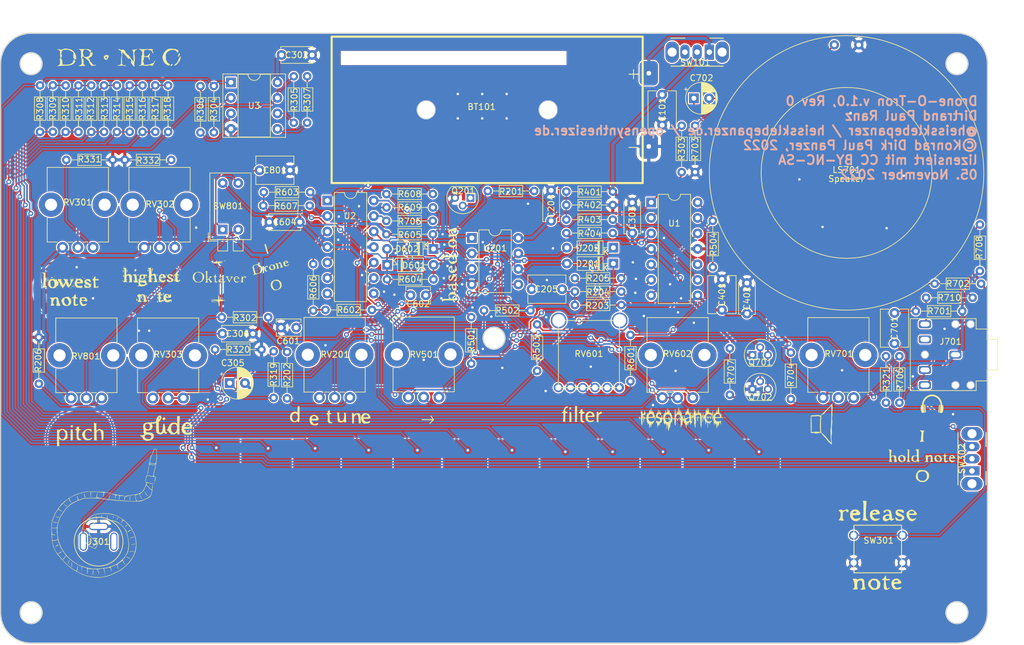
<source format=kicad_pcb>
(kicad_pcb (version 20211014) (generator pcbnew)
  (layers (0 "F.Cu" signal) (31 "B.Cu" signal) (34 "B.Paste" user) (35 "F.Paste" user) (36 "B.SilkS" user "B.Silkscreen") (37 "F.SilkS" user "F.Silkscreen") (38 "B.Mask" user) (39 "F.Mask" user) (44 "Edge.Cuts" user))
  (net 0 "")
  (net 1 "+3V0")
  (net 2 "GND")
  (net 3 "Net-(C205-Pad1)")
  (net 4 "cap_switch")
  (net 5 "Net-(C701-Pad1)")
  (net 6 "+1V5")
  (net 7 "Net-(C601-Pad1)")
  (net 8 "Net-(C602-Pad1)")
  (net 9 "Net-(C602-Pad2)")
  (net 10 "Net-(C801-Pad1)")
  (net 11 "Net-(C702-Pad1)")
  (net 12 "Net-(C702-Pad2)")
  (net 13 "Net-(BT101-Pad1)")
  (net 14 "Net-(J701-PadTN)")
  (net 15 "Net-(D601-Pad2)")
  (net 16 "Net-(D201-Pad1)")
  (net 17 "Net-(J701-PadR)")
  (net 18 "Net-(D202-Pad2)")
  (net 19 "CV_pitch")
  (net 20 "Net-(Q201-Pad1)")
  (net 21 "Gate_VCO")
  (net 22 "U_pitch")
  (net 23 "Net-(R204-Pad2)")
  (net 24 "U_triangle")
  (net 25 "Net-(R205-Pad2)")
  (net 26 "Net-(R302-Pad2)")
  (net 27 "Net-(R303-Pad2)")
  (net 28 "Net-(R304-Pad1)")
  (net 29 "Net-(R304-Pad2)")
  (net 30 "Net-(R202-Pad2)")
  (net 31 "Net-(R305-Pad2)")
  (net 32 "Net-(R306-Pad1)")
  (net 33 "Net-(R306-Pad2)")
  (net 34 "Net-(R307-Pad1)")
  (net 35 "Net-(R307-Pad2)")
  (net 36 "Net-(R308-Pad2)")
  (net 37 "Net-(R309-Pad2)")
  (net 38 "Net-(R310-Pad2)")
  (net 39 "Net-(R311-Pad2)")
  (net 40 "Net-(R312-Pad2)")
  (net 41 "Net-(R313-Pad2)")
  (net 42 "Net-(R314-Pad2)")
  (net 43 "Net-(R315-Pad2)")
  (net 44 "Net-(R316-Pad2)")
  (net 45 "Net-(R317-Pad2)")
  (net 46 "Net-(R305-Pad1)")
  (net 47 "Net-(R331-Pad1)")
  (net 48 "Net-(R332-Pad1)")
  (net 49 "Net-(RV801-Pad2)")
  (net 50 "Net-(R401-Pad2)")
  (net 51 "Net-(R403-Pad2)")
  (net 52 "Net-(R404-Pad2)")
  (net 53 "U_rectangle")
  (net 54 "Net-(R501-Pad2)")
  (net 55 "Net-(R503-Pad1)")
  (net 56 "Net-(R503-Pad2)")
  (net 57 "U_vco")
  (net 58 "Net-(R504-Pad2)")
  (net 59 "Net-(R601-Pad2)")
  (net 60 "Net-(R602-Pad1)")
  (net 61 "Net-(R603-Pad2)")
  (net 62 "Net-(R606-Pad2)")
  (net 63 "Net-(R607-Pad2)")
  (net 64 "Net-(R608-Pad1)")
  (net 65 "to_output")
  (net 66 "Net-(R609-Pad1)")
  (net 67 "Net-(R704-Pad1)")
  (net 68 "Net-(R704-Pad2)")
  (net 69 "Net-(R705-Pad2)")
  (net 70 "Net-(R706-Pad2)")
  (net 71 "Net-(R707-Pad2)")
  (net 74 "Net-(Q201-Pad2)")
  (net 75 "Net-(Q701-Pad2)")
  (net 76 "Net-(R206-Pad1)")
  (net 80 "Net-(J701-PadT)")
  (net 81 "Net-(C701-Pad2)")
  (net 82 "Net-(R319-Pad1)")
  (net 83 "Net-(C306-Pad2)")
  (net 84 "Net-(R320-Pad1)")
  (net 85 "Net-(R321-Pad1)")
  (footprint "LOGO" (layer "F.Cu") (at 44.376877 38.271487 15)
    (fp_text reference "G***" hide)
    (fp_text value "LOGO" hide)
  )
  (footprint "LOGO" (layer "F.Cu") (at 69.977232 63.179592)
    (fp_text reference "G***" hide)
    (fp_text value "LOGO" hide)
  )
  (footprint "LOGO" (layer "F.Cu") (at 95.4 62.7)
    (fp_text reference "G***" hide)
    (fp_text value "LOGO" hide)
  )
  (footprint "Resistor_THT:R_Axial_DIN0204_L3.6mm_D1.6mm_P7.62mm_Horizontal" (layer "F.Cu") (at 35.29 52)
    (fp_text reference "R320")
    (fp_text value "1MΩ")
  )
  (footprint "Resistor_THT:R_Axial_DIN0204_L3.6mm_D1.6mm_P7.62mm_Horizontal" (layer "F.Cu") (at 50.4 14.81 90)
    (fp_text reference "R307")
    (fp_text value "1.5kΩ")
  )
  (footprint "LOGO" (layer "F.Cu") (at 143.9 81.1)
    (fp_text reference "G***" hide)
    (fp_text value "LOGO" hide)
  )
  (footprint "Resistor_THT:R_Axial_DIN0204_L3.6mm_D1.6mm_P7.62mm_Horizontal" (layer "F.Cu") (at 94.29 42.5)
    (fp_text reference "R204")
    (fp_text value "1.5kΩ")
  )
  (footprint "LOGO" (layer "F.Cu") (at 24.8 43.5)
    (fp_text reference "G***" hide)
    (fp_text value "LOGO" hide)
  )
  (footprint "Capacitor_THT:C_Disc_D6.0mm_W4.4mm_P5.00mm" (layer "F.Cu") (at 118.4 45.5 90)
    (fp_text reference "C401")
    (fp_text value "10µF")
  )
  (footprint "Button_Switch_THT:SW_CuK_OS102011MA1QN1_SPDT_Angled" (layer "F.Cu") (at 159.4 71.9 90)
    (fp_text reference "SW302")
    (fp_text value "slider_switch/schiebeschalter")
  )
  (footprint "Potentiometer_THT:Potentiometer_Alps_RK09K_Single_Vertical" (layer "F.Cu") (at 28.7 35.25 90)
    (fp_text reference "RV302")
    (fp_text value "10kΩ_lin")
  )
  (footprint "LOGO" (layer "F.Cu") (at 134.4 64.3)
    (fp_text reference "G***" hide)
    (fp_text value "LOGO" hide)
  )
  (footprint "Resistor_THT:R_Axial_DIN0204_L3.6mm_D1.6mm_P7.62mm_Horizontal" (layer "F.Cu") (at 92.89 28.3)
    (fp_text reference "R402")
    (fp_text value "10kΩ")
  )
  (footprint "Resistor_THT:R_Axial_DIN0204_L3.6mm_D1.6mm_P7.62mm_Horizontal" (layer "F.Cu") (at 63.39 33.1)
    (fp_text reference "R605")
    (fp_text value "10kΩ")
  )
  (footprint "Resistor_THT:R_Axial_DIN0204_L3.6mm_D1.6mm_P7.62mm_Horizontal" (layer "F.Cu") (at 101.9 40.3 180)
    (fp_text reference "R205")
    (fp_text value "1.5kΩ")
  )
  (footprint "LOGO" (layer "F.Cu") (at 143.8 87.1)
    (fp_text reference "G***" hide)
    (fp_text value "LOGO" hide)
  )
  (footprint "LOGO" (layer "F.Cu") (at 27.3 64.7)
    (fp_text reference "G***" hide)
    (fp_text value "LOGO" hide)
  )
  (footprint "Resistor_THT:R_Axial_DIN0204_L3.6mm_D1.6mm_P7.62mm_Horizontal" (layer "F.Cu") (at 100.51 26.1 180)
    (fp_text reference "R401")
    (fp_text value "10kΩ")
  )
  (footprint "Resistor_THT:R_Axial_DIN0204_L3.6mm_D1.6mm_P7.62mm_Horizontal" (layer "F.Cu") (at 10.9 20.9)
    (fp_text reference "R331")
    (fp_text value "6.8kΩ")
  )
  (footprint "LOGO" (layer "F.Cu") (at 111.5 63.2)
    (fp_text reference "G***" hide)
    (fp_text value "LOGO" hide)
  )
  (footprint "Resistor_THT:R_Axial_DIN0204_L3.6mm_D1.6mm_P7.62mm_Horizontal" (layer "F.Cu") (at 153.28 41.2)
    (fp_text reference "R702")
    (fp_text value "100Ω")
  )
  (footprint "Resistor_THT:R_Axial_DIN0204_L3.6mm_D1.6mm_P7.62mm_Horizontal" (layer "F.Cu") (at 51.4 45.61 90)
    (fp_text reference "R606")
    (fp_text value "1.5kΩ")
  )
  (footprint "Resistor_THT:R_Axial_DIN0204_L3.6mm_D1.6mm_P7.62mm_Horizontal" (layer "F.Cu") (at 6.4 57.61 90)
    (fp_text reference "R206")
    (fp_text value "6.8kΩ")
  )
  (footprint "LOGO" (layer "F.Cu") (at 138.8 63.9)
    (fp_text reference "G***" hide)
    (fp_text value "LOGO" hide)
  )
  (footprint "Potentiometer_THT:Potentiometer_Alps_RK09K_Single_Vertical" (layer "F.Cu") (at 16.7 59.95 90)
    (fp_text reference "RV801")
    (fp_text value "10kΩ")
  )
  (footprint "Capacitor_THT:CP_Radial_D5.0mm_P2.50mm" (layer "F.Cu") (at 113.8 10.8)
    (fp_text reference "C702")
    (fp_text value "100µF")
  )
  (footprint "Resistor_THT:R_Axial_DIN0204_L3.6mm_D1.6mm_P7.62mm_Horizontal" (layer "F.Cu") (at 35.1 16.4 90)
    (fp_text reference "R304")
    (fp_text value "1.5kΩ")
  )
  (footprint "LOGO" (layer "F.Cu") (at 15.3 41.2)
    (fp_text reference "G***" hide)
    (fp_text value "LOGO" hide)
  )
  (footprint "Resistor_THT:R_Axial_DIN0204_L3.6mm_D1.6mm_P7.62mm_Horizontal" (layer "F.Cu") (at 6.6 8.69 -90)
    (fp_text reference "R308")
    (fp_text value "330Ω")
  )
  (footprint "Konradslibrary:Audio_Jack_stereo_tip_ring_switch_PJ-307" (layer "F.Cu") (at 156.685534 52.835534 90)
    (fp_text reference "J701")
    (fp_text value "AudioJack3_SwitchTR")
    (fp_circle (center -5 0) (end -4.4 0) (layer "Edge.Cuts") (width 0.12) (fill none))
    (fp_circle (center -5 2.5) (end -4.4 2.5) (layer "Edge.Cuts") (width 0.12) (fill none))
    (fp_circle (center 5 2.5) (end 5.6 2.5) (layer "Edge.Cuts") (width 0.12) (fill none))
    (fp_circle (center 0 -5) (end 0.6 -5) (layer "Edge.Cuts") (width 0.12) (fill none))
    (fp_circle (center 5 0) (end 5.6 0) (layer "Edge.Cuts") (width 0.12) (fill none))
  )
  (footprint "Resistor_THT:R_Axial_DIN0204_L3.6mm_D1.6mm_P7.62mm_Horizontal" (layer "F.Cu") (at 129.7 60.11 90)
    (fp_text reference "R704")
    (fp_text value "1.5kΩ")
  )
  (footprint "Konradslibrary:rk_1212G_stereo_potentiometer" (layer "F.Cu") (at 96.635534 52.735534)
    (fp_text reference "RV601")
    (fp_text value "50kΩ_log_stereo")
  )
  (footprint "Resistor_THT:R_Axial_DIN0204_L3.6mm_D1.6mm_P7.62mm_Horizontal" (layer "F.Cu") (at 36.39 46.7)
    (fp_text reference "R302")
    (fp_text value "1.5kΩ")
  )
  (footprint "Resistor_THT:R_Axial_DIN0204_L3.6mm_D1.6mm_P7.62mm_Horizontal" (layer "F.Cu") (at 61.02 45.5 180)
    (fp_text reference "R602")
    (fp_text value "1.5kΩ")
  )
  (footprint "Resistor_THT:R_Axial_DIN0204_L3.6mm_D1.6mm_P7.62mm_Horizontal" (layer "F.Cu") (at 103.4 49.59 -90)
    (fp_text reference "R601")
    (fp_text value "1.5kΩ")
  )
  (footprint "Package_DIP:DIP-14_W7.62mm" (layer "F.Cu") (at 106.8 27.875)
    (fp_text reference "U1")
    (fp_text value "MCP6004")
  )
  (footprint "LOGO" (layer "F.Cu") (at 35.956486 40.98761)
    (fp_text reference "G***" hide)
    (fp_text value "LOGO" hide)
  )
  (footprint "Capacitor_THT:C_Disc_D5.0mm_W2.5mm_P5.00mm" (layer "F.Cu") (at 46.2 3.7)
    (fp_text reference "C302")
    (fp_text value "100nF")
  )
  (footprint "Konradslibrary:speaker_LSM-45F" (layer "F.Cu") (at 138.835534 23.035534)
    (fp_text reference "LS701")
    (fp_text value "Speaker_Lautsprecher")
  )
  (footprint "Resistor_THT:R_Axial_DIN0204_L3.6mm_D1.6mm_P7.62mm_Horizontal" (layer "F.Cu") (at 25.5 16.3 90)
    (fp_text reference "R317")
    (fp_text value "1.21kΩ")
  )
  (footprint "LOGO" (layer "F.Cu") (at 6.358594 44.118239)
    (fp_text reference "G***" hide)
    (fp_text value "LOGO" hide)
  )
  (footprint "Package_TO_SOT_THT:TO-92" (layer "F.Cu") (at 77.17 27.13 180)
    (fp_text reference "Q201")
    (fp_text value "NPN-BJT/Bipo")
  )
  (footprint "Capacitor_THT:C_Disc_D5.0mm_W2.5mm_P5.00mm" (layer "F.Cu") (at 49.2 31.1 180)
    (fp_text reference "C604")
    (fp_text value "100nF")
  )
  (footprint "LOGO" (layer "F.Cu") (at 35.956486 40.98761)
    (fp_text reference "G***" hide)
    (fp_text value "LOGO" hide)
  )
  (footprint "Resistor_THT:R_Axial_DIN0204_L3.6mm_D1.6mm_P7.62mm_Horizontal" (layer "F.Cu") (at 71.11 40.5 180)
    (fp_text reference "R604")
    (fp_text value "10kΩ")
  )
  (footprint "Resistor_THT:R_Axial_DIN0204_L3.6mm_D1.6mm_P7.62mm_Horizontal" (layer "F.Cu") (at 114 22.91 90)
    (fp_text reference "R703")
    (fp_text value "1MΩ")
  )
  (footprint "Capacitor_THT:C_Disc_D5.0mm_W2.5mm_P5.00mm" (layer "F.Cu") (at 41.5 49.4 180)
    (fp_text reference "C306")
    (fp_text value "100nF")
  )
  (footprint "LOGO" (layer "F.Cu") (at 15.3 41.2)
    (fp_text reference "G***" hide)
    (fp_text value "LOGO" hide)
  )
  (footprint "LOGO" (layer "F.Cu") (at 24.6 42.2)
    (fp_text reference "G***" hide)
    (fp_text value "LOGO" hide)
  )
  (footprint "Resistor_THT:R_Axial_DIN0204_L3.6mm_D1.6mm_P7.62mm_Horizontal" (layer "F.Cu") (at 116.9 30.89 -90)
    (fp_text reference "R504")
    (fp_text value "1.5kΩ")
  )
  (footprint "Capacitor_THT:C_Disc_D3.8mm_W2.6mm_P2.50mm" (layer "F.Cu") (at 48.6 48.4 180)
    (fp_text reference "C601")
    (fp_text value "4.7nF")
  )
  (footprint "Potentiometer_THT:Potentiometer_Alps_RK09K_Single_Vertical" (layer "F.Cu") (at 15.3 35.25 90)
    (fp_text reference "RV301")
    (fp_text value "10kΩ_lin")
  )
  (footprint "Resistor_THT:R_Axial_DIN0204_L3.6mm_D1.6mm_P7.62mm_Horizontal" (layer "F.Cu") (at 21.3 16.3 90)
    (fp_text reference "R315")
    (fp_text value "910Ω")
  )
  (footprint "LOGO" (layer "F.Cu") (at 6.358594 44.118239)
    (fp_text reference "G***" hide)
    (fp_text value "LOGO" hide)
  )
  (footprint "Resistor_THT:R_Axial_DIN0204_L3.6mm_D1.6mm_P7.62mm_Horizontal" (layer "F.Cu") (at 92.89 30.7)
    (fp_text reference "R403")
    (fp_text value "1.5kΩ")
  )
  (footprint "Capacitor_THT:C_Disc_D5.0mm_W2.5mm_P5.00mm" (layer "F.Cu") (at 103.7 32.9 90)
    (fp_text reference "C303")
    (fp_text value "100nF")
  )
  (footprint "LOGO" (layer "F.Cu") (at 20.275675 43.352547)
    (fp_text reference "G***" hide)
    (fp_text value "LOGO" hide)
  )
  (footprint "LOGO" (layer "F.Cu") (at 74.048169 24.644102 90)
    (fp_text reference "G***" hide)
    (fp_text value "LOGO" hide)
  )
  (footprint "Diode_THT:D_DO-35_SOD27_P7.62mm_Horizontal" (layer "F.Cu") (at 100.6 37.9 180)
    (fp_text reference "D201")
    (fp_text value "Schottkydiode")
  )
  (footprint "Konradslibrary:PJ-392" (layer "F.Cu") (at 16.2 83.5)
    (fp_text reference "J301")
    (fp_text value "3.5mm_AUX_plug/buchse_PJ392_vertical")
  )
  (footprint "Resistor_THT:R_Axial_DIN0204_L3.6mm_D1.6mm_P7.62mm_Horizontal" (layer "F.Cu") (at 79.39 45.6)
    (fp_text reference "R502")
    (fp_text value "1.5kΩ")
  )
  (footprint "Resistor_THT:R_Axial_DIN0204_L3.6mm_D1.6mm_P7.62mm_Horizontal" (layer "F.Cu") (at 19.2 8.7 -90)
    (fp_text reference "R314")
    (fp_text value "787Ω")
  )
  (footprint "Capacitor_THT:C_Disc_D5.0mm_W2.5mm_P5.00mm" (layer "F.Cu") (at 90.4 25.9 -90)
    (fp_text reference "C204")
    (fp_text value "100nF")
  )
  (footprint "Resistor_THT:R_Axial_DIN0204_L3.6mm_D1.6mm_P7.62mm_Horizontal" (layer "F.Cu") (at 15 8.7 -90)
    (fp_text reference "R312")
    (fp_text value "619Ω")
  )
  (footprint "Resistor_THT:R_Axial_DIN0204_L3.6mm_D1.6mm_P7.62mm_Horizontal" (layer "F.Cu") (at 145.3 60.71 90)
    (fp_text reference "R321")
    (fp_text value "1.5kΩ")
  )
  (footprint "Resistor_THT:R_Axial_DIN0204_L3.6mm_D1.6mm_P7.62mm_Horizontal" (layer "F.Cu") (at 92.89 32.9)
    (fp_text reference "R404")
    (fp_text value "1.5kΩ")
  )
  (footprint "Package_TO_SOT_THT:TO-92" (layer "F.Cu") (at 123.4 52.9)
    (fp_text reference "Q701")
    (fp_text value "NPN-BJT/Bipo")
  )
  (footprint "Konradslibrary:Reichelt_Batteriehalter_2_AAA" (layer "F.Cu") (at 54.410534 24.698034)
    (fp_text reference "BT101")
    (fp_text value "2x AAA Battery_Case")
    (fp_circle (center 15.5 -12) (end 17 -12) (layer "Edge.Cuts") (width 0.12) (fill none))
    (fp_circle (center 35.5 -12) (end 37 -12) (layer "Edge.Cuts") (width 0.12) (fill none))
  )
  (footprint "LOGO" (layer "F.Cu") (at 11.4 42.4)
    (fp_text reference "G***" hide)
    (fp_text value "LOGO" hide)
  )
  (footprint "Package_DIP:DIP-14_W7.62mm" (layer "F.Cu") (at 53.7 27.575)
    (fp_text reference "U2")
    (fp_text value "MCP6004")
  )
  (footprint "Resistor_THT:R_Axial_DIN0204_L3.6mm_D1.6mm_P7.62mm_Horizontal" (layer "F.Cu") (at 94.29 44.7)
    (fp_text reference "R203")
    (fp_text value "1MΩ")
  )
  (footprint "LOGO" (layer "F.Cu") (at 44.818718 39.755643 15)
    (fp_text reference "G***" hide)
    (fp_text value "LOGO" hide)
  )
  (footprint "LOGO" (layer "F.Cu") (at 13.496113 66.029997)
    (fp_text reference "G***" hide)
    (fp_text value "LOGO" hide)
  )
  (footprint "Resistor_THT:R_Axial_DIN0204_L3.6mm_D1.6mm_P7.62mm_Horizontal" (layer "F.Cu") (at 119.7 59.41 90)
    (fp_text reference "R707")
    (fp_text value "1.5kΩ")
  )
  (footprint "Package_TO_SOT_THT:TO-92" (layer "F.Cu") (at 123.4 58.5)
    (fp_text reference "Q702")
    (fp_text value "PNP-BJT/Bipo")
  )
  (footprint "Capacitor_THT:C_Disc_D5.0mm_W2.5mm_P5.00mm" (layer "F.Cu") (at 122.5 46.1 90)
    (fp_text reference "C402")
    (fp_text value "100nF")
  )
  (footprint "Resistor_THT:R_Axial_DIN0204_L3.6mm_D1.6mm_P7.62mm_Horizontal" (layer "F.Cu") (at 71.01 26.5 180)
    (fp_text reference "R608")
    (fp_text value "1.5kΩ")
  )
  (footprint "LOGO" (layer "F.Cu") (at 13.439966 66.923639)
    (fp_text reference "G***" hide)
    (fp_text value "LOGO" hide)
  )
  (footprint "Resistor_THT:R_Axial_DIN0204_L3.6mm_D1.6mm_P7.62mm_Horizontal" (layer "F.Cu") (at 147.5 60.71 90)
    (fp_text reference "R706")
    (fp_text value "1.5kΩ")
  )
  (footprint "Resistor_THT:R_Axial_DIN0204_L3.6mm_D1.6mm_P7.62mm_Horizontal" (layer "F.Cu") (at 71 30.9 180)
    (fp_text reference "R705")
    (fp_text value "1.5kΩ")
  )
  (footprint "Diode_THT:D_DO-35_SOD27_P7.62mm_Horizontal" (layer "F.Cu") (at 100.6 35.3 180)
    (fp_text reference "D202")
    (fp_text value "Schottkydiode")
  )
  (footprint "Button_Switch_THT:SW_CuK_OS102011MA1QN1_SPDT_Angled" (layer "F.Cu") (at 116.335534 3.235534 180)
    (fp_text reference "SW101")
    (fp_text value "slider_switch/schiebeschalter")
  )
  (footprint "Resistor_THT:R_Axial_DIN0204_L3.6mm_D1.6mm_P7.62mm_Horizontal" (layer "F.Cu") (at 88.1 55.5 90)
    (fp_text reference "R503")
    (fp_text value "1.5kΩ")
  )
  (footprint "Capacitor_THT:C_Disc_D3.8mm_W2.6mm_P2.50mm" (layer "F.Cu") (at 67.35 43.1)
    (fp_text reference "C602")
    (fp_text value "4.7nF")
  )
  (footprint "Package_DIP:DIP-8_W7.62mm" (layer "F.Cu") (at 77.4 33.7)
    (fp_text reference "U201")
    (fp_text value "NE555")
  )
  (footprint "Capacitor_THT:C_Disc_D6.0mm_W4.4mm_P5.00mm" (layer "F.Cu") (at 42.6 22.6)
    (fp_text reference "C801")
    (fp_text value "470nF")
  )
  (footprint "Capacitor_THT:C_Disc_D6.0mm_W4.4mm_P5.00mm" (layer "F.Cu") (at 92.2 42.1 180)
    (fp_text reference "C205")
    (fp_text value "470nF")
  )
  (footprint "Resistor_THT:R_Axial_DIN0204_L3.6mm_D1.6mm_P7.62mm_Horizontal" (layer "F.Cu") (at 44.9 52.3 -90)
    (fp_text reference "R319")
    (fp_text value "100Ω")
  )
  (footprint "Diode_THT:D_DO-35_SOD27_P7.62mm_Horizontal" (layer "F.Cu") (at 63.52 38.1)
    (fp_text reference "D601")
    (fp_text value "Schottkydiode")
  )
  (footprint "Resistor_THT:R_Axial_DIN0204_L3.6mm_D1.6mm_P7.62mm_Horizontal" (layer "F.Cu") (at 47.1 52.39 -90)
    (fp_text reference "R202")
    (fp_text value "6.8kΩ")
  )
  (footprint "Konradslibrary:PCB_piano_keys_1_ocatve_100mm" (layer "F.Cu") (at 51.228231 63.757781)
    (fp_text reference "U301" hide)
    (fp_text value "Klaviatur_one_octave")
  )
  (footprint "Package_DIP:DIP-8_W7.62mm_Socket" (layer "F.Cu") (at 37.9 8.2)
    (fp_text reference "U3")
    (fp_text value "MCP6002")
  )
  (footprint "LOGO" (layer "F.Cu") (at 94.917809 62.931553)
    (fp_text reference "G***" hide)
    (fp_text value "LOGO" hide)
  )
  (footprint "Potentiometer_THT:Potentiometer_Alps_RK09K_Single_Vertical" (layer "F.Cu") (at 140 59.885534 90)
    (fp_text reference "RV701")
    (fp_text value "20kΩ_log")
  )
  (footprint "LOGO" (layer "F.Cu") (at 35.956486 41.1)
    (fp_text reference "G***" hide)
    (fp_text value "LOGO" hide)
  )
  (footprint "Capacitor_THT:C_Disc_D6.0mm_W4.4mm_P5.00mm" (layer "F.Cu") (at 146.7 51 90)
    (fp_text reference "C701")
    (fp_text value "10µF")
  )
  (footprint "LOGO" (layer "F.Cu") (at 151.2 69.6)
    (fp_text reference "G***" hide)
    (fp_text value "LOGO" hide)
  )
  (footprint "Potentiometer_THT:Potentiometer_Alps_RK09K_Single_Vertical" (layer "F.Cu") (at 72 59.8 90)
    (fp_text reference "RV501")
    (fp_text value "20kΩ_log")
  )
  (footprint "LOGO" (layer "F.Cu") (at 26.8 4)
    (fp_text reference "G***" hide)
    (fp_text value "LOGO" hide)
  )
  (footprint "Resistor_THT:R_Axial_DIN0204_L3.6mm_D1.6mm_P7.62mm_Horizontal" (layer "F.Cu") (at 50.9 26.2 180)
    (fp_text reference "R603")
    (fp_text value "3.5kΩ")
  )
  (footprint "LOGO" (layer "F.Cu") (at 66.681107 31.17982)
    (fp_text reference "G***" hide)
    (fp_text value "LOGO" hide)
  )
  (footprint "Resistor_THT:R_Axial_DIN0204_L3.6mm_D1.6mm_P7.62mm_Horizontal" (layer "F.Cu") (at 32.9 8.8 -90)
    (fp_text reference "R306")
    (fp_text value "1.5kΩ")
  )
  (footprint "Resistor_THT:R_Axial_DIN0204_L3.6mm_D1.6mm_P7.62mm_Horizontal" (layer "F.Cu") (at 10.8 8.7 -90)
    (fp_text reference "R310")
    (fp_text value "442Ω")
  )
  (footprint "Resistor_THT:R_Axial_DIN0204_L3.6mm_D1.6mm_P7.62mm_Horizontal" (layer "F.Cu") (at 28.12 20.9 180)
    (fp_text reference "R332")
    (fp_text value "6.8kΩ")
  )
  (footprint "LOGO" (layer "F.Cu") (at 19.2 79.2 40)
    (fp_text reference "G***" hide)
    (fp_text value "LOGO" hide)
  )
  (footprint "Resistor_THT:R_Axial_DIN0204_L3.6mm_D1.6mm_P7.62mm_Horizontal" (layer "F.Cu") (at 23.4 8.7 -90)
    (fp_text reference "R316")
    (fp_text value "1.05kΩ")
  )
  (footprint "LOGO" (layer "F.Cu") (at 35.941146 41.082796)
    (fp_text reference "G***" hide)
    (fp_text value "LOGO" hide)
  )
  (footprint "Resistor_THT:R_Axial_DIN0204_L3.6mm_D1.6mm_P7.62mm_Horizontal" (layer "F.Cu") (at 8.7 16.3 90)
    (fp_text reference "R309")
    (fp_text value "402Ω")
  )
  (footprint "Resistor_THT:R_Axial_DIN0204_L3.6mm_D1.6mm_P7.62mm_Horizontal" (layer "F.Cu") (at 159.5 43.5 180)
    (fp_text reference "R710")
    (fp_text value "100Ω")
  )
  (footprint "Potentiometer_THT:Potentiometer_Alps_RK09K_Single_Vertical" (layer "F.Cu") (at 113.635534 59.885534 90)
    (fp_text reference "RV602")
    (fp_text value "10kΩ_lin")
  )
  (footprint "Konradslibrary:push_button_8mm" (layer "F.Cu") (at 140 86.95)
    (fp_text reference "SW301")
    (fp_text value "push_button/Knopf")
  )
  (footprint "Resistor_THT:R_Axial_DIN0204_L3.6mm_D1.6mm_P7.62mm_Horizontal" (layer "F.Cu") (at 77.3 46.69 -90)
    (fp_text reference "R501")
    (fp_text value "10kΩ")
  )
  (footprint "Resistor_THT:R_Axial_DIN0204_L3.6mm_D1.6mm_P7.62mm_Horizontal" (layer "F.Cu") (at 27.6 8.7 -90)
    (fp_text reference "R318")
    (fp_text value "1.33kΩ")
  )
  (footprint "Potentiometer_THT:Potentiometer_Alps_RK09K_Single_Vertical" (layer "F.Cu") (at 30.1 59.95 90)
    (fp_text reference "RV303")
    (fp_text value "10kΩ_lin")
  )
  (footprint "LOGO" (layer "F.Cu") (at 24.8 43.5)
    (fp_text reference "G***" hide)
    (fp_text value "LOGO" hide)
  )
  (footprint "Diode_THT:D_DO-35_SOD27_P7.62mm_Horizontal" (layer "F.Cu") (at 71.11 35.5 180)
    (fp_text reference "D602")
    (fp_text value "Schottkydiode")
  )
  (footprint "Resistor_THT:R_Axial_DIN0204_L3.6mm_D1.6mm_P7.62mm_Horizontal" (layer "F.Cu") (at 63.4 28.7)
    (fp_text reference "R609")
    (fp_text value "1.5kΩ")
  )
  (footprint "Resistor_THT:R_Axial_DIN0204_L3.6mm_D1.6mm_P7.62mm_Horizontal" (layer "F.Cu") (at 17.1 16.31 90)
    (fp_text reference "R313")
    (fp_text value "698Ω")
  )
  (footprint "LOGO" (layer "F.Cu") (at 28.1 40.083539)
    (fp_text reference "G***" hide)
    (fp_text value "LOGO" hide)
  )
  (footprint "LOGO" (layer "F.Cu") (at 55 62.6)
    (fp_text reference "G***" hide)
    (fp_text value "LOGO" hide)
  )
  (footprint "LOGO" (layer "F.Cu") (at 23.770625 66.940244)
    (fp_text reference "G***" hide)
    (fp_text value "LOGO" hide)
  )
  (footprint "Resistor_THT:R_Axial_DIN0204_L3.6mm_D1.6mm_P7.62mm_Horizontal" (layer "F.Cu") (at 160.7 31.5 -90)
    (fp_text reference "R708")
    (fp_text value "1MΩ")
  )
  (footprint "Potentiometer_THT:Potentiometer_Alps_RK09K_Single_Vertical" (layer "F.Cu") (at 57.4 59.85 90)
    (fp_text reference "RV201")
    (fp_text value "10kΩ_lin")
  )
  (footprint "LOGO" (layer "F.Cu") (at 152.8 61)
    (fp_text reference "G***" hide)
    (fp_text value "LOGO" hide)
  )
  (footprint "Capacitor_THT:CP_Radial_D5.0mm_P2.50mm" (layer "F.Cu") (at 37.694888 57.5)
    (fp_text reference "C305")
    (fp_text value "100µF")
  )
  (footprint "Resistor_THT:R_Axial_DIN0204_L3.6mm_D1.6mm_P7.62mm_Horizontal" (layer "F.Cu") (at 48.2 7.2 -90)
    (fp_text reference "R305")
    (fp_text value "1.5kΩ")
  )
  (footprint "Button_Switch_THT:SW_DIP_SPSTx02_Piano_10.8x6.64mm_W7.62mm_P2.54mm" (layer "F.Cu") (at 36.55 32.325 90)
    (fp_text reference "SW801")
    (fp_text value "DIP_switch")
  )
  (footprint "Resistor_THT:R_Axial_DIN0204_L3.6mm_D1.6mm_P7.62mm_Horizontal" (layer "F.Cu") (at 12.9 16.32 90)
    (fp_text reference "R311")
    (fp_text value "536Ω")
  )
  (footprint "Resistor_THT:R_Axial_DIN0204_L3.6mm_D1.6mm_P7.62mm_Horizontal" (layer "F.Cu") (at 111.8 15.29 -90)
    (fp_text reference "R303")
    (fp_text value "1.5kΩ")
  )
  (footprint "Resistor_THT:R_Axial_DIN0204_L3.6mm_D1.6mm_P7.62mm_Horizontal" (layer "F.Cu") (at 80 26)
    (fp_text reference "R201")
    (fp_text value "1.5kΩ")
  )
  (footprint "LOGO" (layer "F.Cu") (at 44.376877 38.271487 15)
    (fp_text reference "G***" hide)
    (fp_text value "LOGO" hide)
  )
  (footprint "Capacitor_THT:C_Disc_D6.0mm_W4.4mm_P5.00mm" (layer "F.Cu") (at 108.6 10.2 -90)
    (fp_text reference "C101")
    (fp_text value "10µF")
  )
  (footprint "Resistor_THT:R_Axial_DIN0204_L3.6mm_D1.6mm_P7.62mm_Horizontal" (layer "F.Cu") (at 150.19 45.7)
    (fp_text reference "R701")
    (fp_text value "47kΩ")
  )
  (footprint "Resistor_THT:R_Axial_DIN0204_L3.6mm_D1.6mm_P7.62mm_Horizontal" (layer "F.Cu") (at 43.2 28.4)
    (fp_text reference "R607")
    (fp_text value "1.5kΩ")
  )
  (gr_arc (start 26.4 98.9) (mid 26.263476 99.450421) (end 26.051603 99.976456) (layer "F.Cu") (width 0.2))
  (gr_arc (start 18.649492 100.008609) (mid 18.858055 96.18908) (end 22.024776 94.043345) (layer "F.Cu") (width 0.2))
  (gr_arc (start 31.820559 86.213766) (mid 25.893648 80.013839) (end 31.820325 73.813688) (layer "F.Cu") (width 0.2))
  (gr_poly (pts (xy 12.4 39.5) (xy 11.7 40) (xy 11.4 39.3)) (layer "F.Cu") (width 0.2) (fill solid))
  (gr_arc (start 31.823415 92.358763) (mid 28.01695 91.097836) (end 31.808898 89.793901) (layer "F.Cu") (width 0.2))
  (gr_arc (start 31.820559 84.499499) (mid 27.611051 80.015101) (end 31.823966 75.533903) (layer "F.Cu") (width 0.2))
  (gr_poly (pts (xy 13.9 42.4) (xy 14.2 42.9) (xy 12.9 43.1) (xy 12.1 42.2)) (layer "F.Cu") (width 0.2) (fill solid))
  (gr_poly (pts (xy 15.5 39.9) (xy 16.2 40.6) (xy 16.2 41.6) (xy 16.5 42.3) (xy 15.7 42.5) (xy 15.3 41.9) (xy 13.9 42.2) (xy 13.6 40) (xy 14.8 40.6) (xy 14.5 39.6)) (layer "F.Cu") (width 0.2) (fill solid))
  (gr_poly (pts (xy 7.5 39.3) (xy 7.8 39.9) (xy 7.4 40.3) (xy 7.5 41.1) (xy 7.7 40.9) (xy 7.8 41.5) (xy 7.5 41.8) (xy 7.1 41.8) (xy 7.2 40.9) (xy 7 40.9) (xy 6.9 40.2) (xy 6.9 39.2) (xy 7 39.2)) (layer "F.Cu") (width 0.2) (fill solid))
  (gr_arc (start 31.822073 83.150966) (mid 29.073263 80.134181) (end 31.823966 77.119123) (layer "F.Cu") (width 0.2))
  (gr_arc (start 31.848474 94.453222) (mid 26.551458 92.363565) (end 29.385321 87.424509) (layer "F.Cu") (width 0.15))
  (gr_arc (start 31.81986 81.641572) (mid 30.463065 80.022057) (end 31.81986 78.402541) (layer "F.Cu") (width 0.2))
  (gr_arc (start 21.491671 99.969085) (mid 22.263436 96.18366) (end 22.915175 99.991586) (layer "F.Cu") (width 0.2))
  (gr_arc (start 31.811546 96.737259) (mid 24.804714 93.548898) (end 27.146224 86.215504) (layer "F.Cu") (width 0.2))
  (gr_arc (start 31.795198 99.483658) (mid 22.278694 94.430093) (end 25.444532 84.130586) (layer "F.Cu") (width 0.2))
  (gr_poly (pts (xy 9.349346 43.17991) (xy 9.9 43.4) (xy 10.295249 42.900226) (xy 12.395249 42.800226) (xy 13.9 43.2) (xy 14.3 43.5) (xy 14.2 45.2) (xy 13.3 45.2) (xy 12.9 45.1) (xy 12.3 45.5) (xy 10.1 45.4) (xy 9.6 45.7) (xy 8.9 45.4) (xy 8.3 45.6) (xy 7.9 44.2) (xy 7.849346 42.97991)) (layer "F.Cu") (width 0.2) (fill solid))
  (gr_arc (start 31.826492 87.882913) (mid 24.303867 80.095349) (end 31.81986 72.301384) (layer "F.Cu") (width 0.2))
  (gr_poly (pts (xy 10.1 40.3) (xy 10.4 41.3) (xy 10.7 40.8) (xy 10.5 40.5) (xy 11.2 40.5) (xy 11.4 41.4) (xy 11.6 40.5) (xy 11.6 40.2) (xy 12.1 40.3) (xy 12.3 41.2) (xy 12.5 40.4) (xy 12.8 40.1) (xy 13.5 40.6) (xy 13.6 41.2) (xy 12.7 41.2) (xy 13.1 41.6) (xy 13.5 41.6) (xy 13.6 42.2) (xy 12.4 41.9) (xy 11.7 42) (xy 11 41.5) (xy 10.4 41.9) (xy 9.7 41.7) (xy 9.609901 42.30099) (xy 8.609901 42.20099) (xy 8 42) (xy 7.9 41.2) (xy 7.9 40.3) (xy 9 39.8) (xy 8.9 40.3) (xy 9.2 40.6) (xy 9.8 41) (xy 9.5 40.5) (xy 9.7 39.9) (xy 9.9 39.8)) (layer "F.Cu") (width 0.2) (fill solid))
  (gr_poly (pts (xy 29.505176 3.425798) (xy 29.527114 3.513554) (xy 29.530248 3.63265) (xy 29.498907 3.679662) (xy 29.31086 4.015012) (xy 29.266983 4.033817) (xy 29.24191 3.993073) (xy 29.235642 3.936659) (xy 29.24191 3.805026) (xy 29.282653 3.654589) (xy 29.339067 3.544895) (xy 29.433091 3.400725) (xy 29.467566 3.391323)) (layer "F.SilkS") (width 0) (fill solid))
  (gr_poly (pts (xy 28.518501 2.699122) (xy 28.800438 2.713219) (xy 29.040085 2.833042) (xy 29.258587 2.93172) (xy 29.28678 3.030398) (xy 29.258587 3.241851) (xy 29.159908 3.375772) (xy 29.096473 3.29119) (xy 28.990746 3.107931) (xy 28.79339 2.974011) (xy 28.581937 2.88943) (xy 28.321145 2.868284) (xy 28.003965 2.917623) (xy 27.771367 3.02335) (xy 27.566962 3.150222) (xy 27.390752 3.340529) (xy 27.249783 3.573128) (xy 27.214541 3.707048) (xy 27.221589 3.819823) (xy 27.249783 3.996034) (xy 27.228638 4.277971) (xy 27.270928 4.503521) (xy 27.404848 4.77841) (xy 27.53172 4.982814) (xy 27.722028 5.130832) (xy 27.898239 5.250655) (xy 27.870045 5.335236) (xy 27.792512 5.384575) (xy 27.8 5.4) (xy 27.722028 5.426866) (xy 27.602205 5.426866) (xy 27.129959 5.13788) (xy 26.819828 4.693829) (xy 26.714102 4.32731) (xy 26.664763 3.988985) (xy 26.685908 3.862113) (xy 26.897361 3.389868) (xy 27.151105 3.030398) (xy 27.496478 2.769606) (xy 27.644495 2.677977) (xy 27.954626 2.66388) (xy 28.166079 2.66388)) (layer "F.SilkS") (width 0) (fill solid))
  (gr_line (start 71.1 63.5) (end 70.7 62.9) (layer "F.SilkS") (width 0.15))
  (gr_line (start 69.25 63.5) (end 70.95 63.5) (layer "F.SilkS") (width 0.15))
  (gr_poly (pts (xy 29.649345 4.16545) (xy 29.608601 4.39424) (xy 29.511444 4.616762) (xy 29.411152 4.776602) (xy 29.373543 4.807943) (xy 29.25758 4.989722) (xy 29.176093 5.096282) (xy 29.113411 5.165233) (xy 29.003717 5.221647) (xy 29.003717 5.281195) (xy 28.947303 5.331341) (xy 28.872084 5.372084) (xy 28.771792 5.409694) (xy 28.649562 5.428498) (xy 28.596282 5.419096) (xy 28.721647 5.243585) (xy 28.850145 5.127623) (xy 28.966108 5.071209) (xy 29.069533 4.920772) (xy 29.169825 4.770334) (xy 29.226239 4.629299) (xy 29.229373 4.547812) (xy 29.345336 4.39424) (xy 29.379811 4.281412) (xy 29.517712 4.065158) (xy 29.599199 3.936659) (xy 29.649345 3.895916)) (layer "F.SilkS") (width 0) (fill solid))
  (gr_line (start 71.1 63.5) (end 70.5 64.1) (layer "F.SilkS") (width 0.15))
  (gr_poly (pts (xy 28.33615 5.224781) (xy 28.345553 5.281195) (xy 28.311077 5.356414) (xy 28.232725 5.434766) (xy 28.154372 5.478644) (xy 28.094823 5.494315) (xy 28.025873 5.484912) (xy 27.966325 5.403425) (xy 28.17631 5.196574)) (layer "F.SilkS") (width 0) (fill solid))
  (gr_arc (start 0.135534 5.135534) (mid 1.6 1.6) (end 5.135534 0.135534) (layer "Edge.Cuts") (width 0.2))
  (gr_arc (start 5.135534 100.135534) (mid 1.6 98.671068) (end 0.135534 95.135534) (layer "Edge.Cuts") (width 0.2))
  (gr_line (start 5.135534 100.135534) (end 156.935534 100.135534) (layer "Edge.Cuts") (width 0.2))
  (gr_arc (start 161.935534 95.135534) (mid 160.471068 98.671068) (end 156.935534 100.135534) (layer "Edge.Cuts") (width 0.2))
  (gr_circle (center 156.935537 95.135534) (end 158.735537 95.135534) (layer "Edge.Cuts") (width 0.2) (fill none))
  (gr_circle (center 5.135531 5.135534) (end 6.935531 5.135534) (layer "Edge.Cuts") (width 0.2) (fill none))
  (gr_line (start 161.935534 95.135534) (end 161.935534 5.135534) (layer "Edge.Cuts") (width 0.2))
  (gr_line (start 156.935534 0.135534) (end 5.135534 0.135534) (layer "Edge.Cuts") (width 0.2))
  (gr_circle (center 81.035534 50.135534) (end 82.835534 50.135534) (layer "Edge.Cuts") (width 0.2) (fill none))
  (gr_circle (center 5.135534 95.135537) (end 6.935534 95.135537) (layer "Edge.Cuts") (width 0.2) (fill none))
  (gr_line (start 0.135534 5.135534) (end 0.135534 95.135534) (layer "Edge.Cuts") (width 0.2))
  (gr_circle (center 156.935534 5.135531) (end 158.735534 5.135531) (layer "Edge.Cuts") (width 0.2) (fill none))
  (gr_arc (start 156.935534 0.135534) (mid 160.471068 1.6) (end 161.935534 5.135534) (layer "Edge.Cuts") (width 0.2))
  (gr_text "Drone-O-Tron v.1.0, Rev 0\nDirtrand Paul Ranz\n@heissklebepanzer / heissklebepanzer.de / opensynthesizer.de\n©Konrad Dirk Paul Panzer, 2022\nlizensiert mit CC BY-NC-SA\n05. November 2022" (at 160.5 17.3) (layer "B.SilkS") (effects (font (size 1.5 1.5) (thickness 0.3)) (justify left mirror)))
  (gr_text "Speaker" (at 138.8 24) (layer "F.SilkS") (effects (font (size 1 1))))
  (segment (start 104.895 35.495) (end 106.8 35.495) (width 0.5) (layer "F.Cu") (net 1))
  (segment (start 122.437924 52.9) (end 111.6 42.062076) (width 0.5) (layer "F.Cu") (net 1))
  (segment (start 103.7 34.3) (end 104.895 35.495) (width 0.5) (layer "F.Cu") (net 1))
  (segment (start 48.7 3.7) (end 46.2 3.7) (width 0.5) (layer "F.Cu") (net 1))
  (segment (start 90.4 30.9) (end 91.740489 29.559511) (width 0.5) (layer "F.Cu") (net 1))
  (segment (start 80.112506 38.38819) (end 80.085821 38.38819) (width 0.5) (layer "F.Cu") (net 1))
  (segment (start 103.7 32.9) (end 103.7 34.3) (width 0.5) (layer "F.Cu") (net 1))
  (segment (start 111.6 42.062076) (end 111.6 40.2) (width 0.5) (layer "F.Cu") (net 1))
  (segment (start 91.740489 29.559511) (end 91.740489 25.623856) (width 0.5) (layer "F.Cu") (net 1))
  (segment (start 91.740489 25.623856) (end 92.413856 24.950489) (width 0.5) (layer "F.Cu") (net 1))
  (segment (start 101.659511 30.859511) (end 103.7 32.9) (width 0.5) (layer "F.Cu") (net 1))
  (segment (start 51.7 15.135655) (end 51.7 6.7) (width 0.5) (layer "F.Cu") (net 1))
  (segment (start 123.4 52.9) (end 122.437924 52.9) (width 0.5) (layer "F.Cu") (net 1))
  (segment (start 79.58819 39.21181) (end 77.48 41.32) (width 0.5) (layer "F.Cu") (net 1))
  (segment (start 49.2 31.1) (end 49.2 17.635655) (width 0.5) (layer "F.Cu") (net 1))
  (segment (start 75.430489 39.350489) (end 69.550489 39.350489) (width 0.5) (layer "F.Cu") (net 1))
  (segment (start 25.3 33.9) (end 23.7 35.5) (width 0.5) (layer "F.Cu") (net 1))
  (segment (start 80.085821 38.38819) (end 79.58819 38.885821) (width 0.5) (layer "F.Cu") (net 1))
  (segment (start 92.413856 24.950489) (end 99.360489 24.950489) (width 0.5) (layer "F.Cu") (net 1))
  (segment (start 23.7 35.5) (end 23.7 35.25) (width 0.5) (layer "F.Cu") (net 1))
  (segment (start 49.2 17.635655) (end 51.7 15.135655) (width 0.5) (layer "F.Cu") (net 1))
  (segment (start 79.58819 38.885821) (end 79.58819 39.21181) (width 0.5) (layer "F.Cu") (net 1))
  (segment (start 51.7 6.7) (end 48.7 3.7) (width 0.5) (layer "F.Cu") (net 1))
  (segment (start 80.1 35.4) (end 80.649511 35.949511) (width 0.5) (layer "F.Cu") (net 1))
  (segment (start 101.659511 27.249511) (end 101.659511 30.859511) (width 0.5) (layer "F.Cu") (net 1))
  (segment (start 80.649511 37.851185) (end 80.112506 38.38819) (width 0.5) (layer "F.Cu") (net 1))
  (segment (start 80.649511 35.949511) (end 80.649511 37.851185) (width 0.5) (layer "F.Cu") (net 1))
  (segment (start 99.360489 24.950489) (end 100.51 26.1) (width 0.5) (layer "F.Cu") (net 1))
  (segment (start 69.550489 39.350489) (end 69.2 39) (width 0.5) (layer "F.Cu") (net 1))
  (segment (start 77.4 41.32) (end 75.430489 39.350489) (width 0.5) (layer "F.Cu") (net 1))
  (segment (start 100.51 26.1) (end 101.659511 27.249511) (width 0.5) (layer "F.Cu") (net 1))
  (segment (start 77.48 41.32) (end 77.4 41.32) (width 0.5) (layer "F.Cu") (net 1))
  (segment (start 38.8 33.9) (end 25.3 33.9) (width 0.5) (layer "F.Cu") (net 1))
  (via (at 38.8 33.9) (size 0.8) (drill 0.4) (layers "F.Cu" "B.Cu") (net 1))
  (via (at 69.2 39) (size 0.8) (drill 0.4) (layers "F.Cu" "B.Cu") (net 1))
  (via (at 111.6 40.2) (size 0.8) (drill 0.4) (layers "F.Cu" "B.Cu") (net 1))
  (via (at 80.1 35.4) (size 0.8) (drill 0.4) (layers "F.Cu" "B.Cu") (net 1))
  (segment (start 111.6 40.2) (end 111.505 40.2) (width 0.5) (layer "B.Cu") (net 1))
  (segment (start 7.2 49.164345) (end 7.2 38.35) (width 0.5) (layer "B.Cu") (net 1))
  (segment (start 41.4 36.5) (end 42.9 36.5) (width 0.5) (layer "B.Cu") (net 1))
  (segment (start 42.9 36.5) (end 43.8 36.5) (width 0.5) (layer "B.Cu") (net 1))
  (segment (start 11.7 59.95) (end 7.2 55.45) (width 0.5) (layer "B.Cu") (net 1))
  (segment (start 59.449511 37.149511) (end 57.495 35.195) (width 0.5) (layer "B.Cu") (net 1))
  (segment (start 7.2 38.35) (end 10.3 35.25) (width 0.5) (layer "B.Cu") (net 1))
  (segment (start 43.8 36.5) (end 49.2 31.1) (width 0.5) (layer "B.Cu") (net 1))
  (segment (start 45.52 4.38) (end 46.2 3.7) (width 0.5) (layer "B.Cu") (net 1))
  (segment (start 87.3 33.7) (end 90.1 30.9) (width 0.5) (layer "B.Cu") (net 1))
  (segment (start 100.51 18.29) (end 100.51 26.1) (width 0.5) (layer "B.Cu") (net 1))
  (segment (start 57.495 35.195) (end 53.7 35.195) (width 0.5) (layer "B.Cu") (net 1))
  (segment (start 90.1 30.9) (end 90.4 30.9) (width 0.5) (layer "B.Cu") (net 1))
  (segment (start 47.1 52.39) (end 42.860489 48.150489) (width 0.5) (layer "B.Cu") (net 1))
  (segment (start 42.860489 36.539511) (end 42.9 36.5) (width 0.5) (layer "B.Cu") (net 1))
  (segment (start 49.2 31.1) (end 53.295 35.195) (width 0.5) (layer "B.Cu") (net 1))
  (segment (start 68.850489 39.349511) (end 62.249511 39.349511) (width 0.5) (layer "B.Cu") (net 1))
  (segment (start 62.249511 39.349511) (end 61.9 39) (width 0.5) (layer "B.Cu") (net 1))
  (segment (start 42.860489 48.150489) (end 42.860489 36.539511) (width 0.5) (layer "B.Cu") (net 1))
  (segment (start 7.2 50.815655) (end 7.549511 50.466144) (width 0.5) (layer "B.Cu") (net 1))
  (segment (start 60.3 39) (end 59.449511 38.149511) (width 0.5) (layer "B.Cu") (net 1))
  (segment (start 69.2 39) (end 68.850489 39.349511) (width 0.5) (layer "B.Cu") (net 1))
  (segment (start 7.549511 49.513856) (end 7.2 49.164345) (width 0.5) (layer "B.Cu") (net 1))
  (segment (start 7.2 55.45) (end 7.2 50.815655) (width 0.5) (layer "B.Cu") (net 1))
  (segment (start 38.8 33.9) (end 41.4 36.5) (width 0.5) (layer "B.Cu") (net 1))
  (segment (start 114.335534 4.464466) (end 108.6 10.2) (width 0.5) (layer "B.Cu") (net 1))
  (segment (start 59.449511 38.149511) (end 59.449511 37.149511) (width 0.5) (layer "B.Cu") (net 1))
  (segment (start 111.505 40.2) (end 106.8 35.495) (width 0.5) (layer "B.Cu") (net 1))
  (segment (start 7.549511 50.466144) (end 7.549511 49.513856) (width 0.5) (layer "B.Cu") (net 1))
  (segment (start 85.02 33.7) (end 87.3 33.7) (width 0.5) (layer "B.Cu") (net 1))
  (segment (start 45.52 8.2) (end 45.52 4.38) (width 0.5) (layer "B.Cu") (net 1))
  (segment (start 114.335534 3.235534) (end 114.335534 4.464466) (width 0.5) (layer "B.Cu") (net 1))
  (segment (start 85.02 33.7) (end 81.8 33.7) (width 0.5) (layer "B.Cu") (net 1))
  (segment (start 10.3 35.25) (end 11.649511 36.599511) (width 0.5) (layer "B.Cu") (net 1))
  (segment (start 81.8 33.7) (end 80.1 35.4) (width 0.5) (layer "B.Cu") (net 1))
  (segment (start 61.9 39) (end 60.3 39) (width 0.5) (layer "B.Cu") (net 1))
  (segment (start 108.6 10.2) (end 100.51 18.29) (width 0.5) (layer "B.Cu") (net 1))
  (segment (start 53.295 35.195) (end 53.7 35.195) (width 0.5) (layer "B.Cu") (net 1))
  (segment (start 22.350489 36.599511) (end 23.7 35.25) (width 0.5) (layer "B.Cu") (net 1))
  (segment (start 11.649511 36.599511) (end 22.350489 36.599511) (width 0.5) (layer "B.Cu") (net 1))
  (via (at 75.1 10.1) (size 0.8) (drill 0.4) (layers "F.Cu" "B.Cu") (net 2))
  (via (at 97.7 35.3) (size 0.8) (drill 0.4) (layers "F.Cu" "B.Cu") (net 2))
  (via (at 139.5 13.2) (size 0.8) (drill 0.4) (layers "F.Cu" "B.Cu") (net 2))
  (via (at 103.8 37.7) (size 0.8) (drill 0.4) (layers "F.Cu" "B.Cu") (net 2))
  (via (at 80.437701 39.237701) (size 0.8) (drill 0.4) (layers "F.Cu" "B.Cu") (net 2))
  (via (at 77.7 49.1) (size 0.8) (drill 0.4) (layers "F.Cu" "B.Cu") (net 2))
  (via (at 147.2 58) (size 0.8) (drill 0.4) (layers "F.Cu" "B.Cu") (net 2))
  (via (at 55.5 34) (size 0.8) (drill 0.4) (layers "F.Cu" "B.Cu") (net 2))
  (via (at 64.9 36.2) (size 0.8) (drill 0.4) (layers "F.Cu" "B.Cu") (net 2))
  (via (at 148.2 23.5) (size 0.8) (drill 0.4) (layers "F.Cu" "B.Cu") (net 2))
  (via (at 111.2 45.9) (size 0.8) (drill 0.4) (layers "F.Cu" "B.Cu") (net 2))
  (via (at 99.3 40.2) (size 0.8) (drill 0.4) (layers "F.Cu" "B.Cu") (net 2))
  (via (at 64.7 43) (size 0.8) (drill 0.4) (layers "F.Cu" "B.Cu") (net 2))
  (via (at 59.4 39.8) (size 0.8) (drill 0.4) (layers "F.Cu" "B.Cu") (net 2))
  (via (at 75.8 41.3) (size 0.8) (drill 0.4) (layers "F.Cu" "B.Cu") (net 2))
  (via (at 83.1 14.1) (size 0.8) (drill 0.4) (layers "F.Cu" "B.Cu") (net 2))
  (via (at 83.1 10.1) (size 0.8) (drill 0.4) (layers "F.Cu" "B.Cu") (net 2))
  (via (at 82.4 55) (size 0.8) (drill 0.4) (layers "F.Cu" "B.Cu") (net 2))
  (via (at 53.4 51.3) (size 0.8) (drill 0.4) (layers "F.Cu" "B.Cu") (net 2))
  (via (at 138.1 55.4) (size 0.8) (drill 0.4) (layers "F.Cu" "B.Cu") (net 2))
  (via (at 72.9 34.8) (size 0.8) (drill 0.4) (layers "F.Cu" "B.Cu") (net 2))
  (via (at 145.4 32.1) (size 0.8) (drill 0.4) (layers "F.Cu" "B.Cu") (net 2))
  (via (at 79.2 34.4) (size 0.8) (drill 0.4) (layers "F.Cu" "B.Cu") (net 2))
  (via (at 149.7 56.4) (size 0.8) (drill 0.4) (layers "F.Cu" "B.Cu") (net 2))
  (via (at 58.9 28.5) (size 0.8) (drill 0.4) (layers "F.Cu" "B.Cu") (net 2))
  (via (at 154.9 48.6) (size 0.8) (drill 0.4) (layers "F.Cu" "B.Cu") (net 2))
  (via (at 75.1 14.1) (size 0.8) (drill 0.4) (layers "F.Cu" "B.Cu") (net 2))
  (via (at 68.6 37.8) (size 0.8) (drill 0.4) (layers "F.Cu" "B.Cu") (net 2))
  (via (at 89.5 58.8) (size 0.8) (drill 0.4) (layers "F.Cu" "B.Cu") (net 2))
  (via (at 83.3 26.2) (size 0.8) (drill 0.4) (layers "F.Cu" "B.Cu") (net 2))
  (via (at 104.2 42.7) (size 0.8) (drill 0.4) (layers "F.Cu" "B.Cu") (net 2))
  (via (at 15.3 43.6) (size 0.8) (drill 0.4) (layers "F.Cu" "B.Cu") (net 2))
  (via (at 105.4 32.7) (size 0.8) (drill 0.4) (layers "F.Cu" "B.Cu") (net 2))
  (via (at 96.6 32.3) (size 0.8) (drill 0.4) (layers "F.Cu" "B.Cu") (net 2))
  (via (at 109.9 41.3) (size 0.8) (drill 0.4) (layers "F.Cu" "B.Cu") (net 2))
  (via (at 55.6 30.2) (size 0.8) (drill 0.4) (layers "F.Cu" "B.Cu") (net 2))
  (via (at 113.8 47.6) (size 0.8) (drill 0.4) (layers "F.Cu" "B.Cu") (net 2))
  (via (at 110.8 55.5) (size 0.8) (drill 0.4) (layers "F.Cu" "B.Cu") (net 2))
  (via (at 72.6 33.1) (size 0.8) (drill 0.4) (layers "F.Cu" "B.Cu") (net 2))
  (via (at 72.8 40.3) (size 0.8) (drill 0.4) (layers "F.Cu" "B.Cu") (net 2))
  (via (at 24.5 48.9) (size 0.8) (drill 0.4) (layers "F.Cu" "B.Cu") (net 2))
  (via (at 12.6 38.5) (size 0.8) (drill 0.4) (layers "F.Cu" "B.Cu") (net 2))
  (via (at 79.2 51.9) (size 0.8) (drill 0.4) (layers "F.Cu" "B.Cu") (net 2))
  (via (at 68.5 34.6) (size 0.8) (drill 0.4) (layers "F.Cu" "B.Cu") (net 2))
  (via (at 105.6 46.5) (size 0.8) (drill 0.4) (layers "F.Cu" "B.Cu") (net 2))
  (via (at 22.8 48.9) (size 0.8) (drill 0.4) (layers "F.Cu" "B.Cu") (net 2))
  (via (at 69.5 53.7) (size 0.8) (drill 0.4) (layers "F.Cu" "B.Cu") (net 2))
  (via (at 63 42.5) (size 0.8) (drill 0.4) (layers "F.Cu" "B.Cu") (net 2))
  (via (at 131.1 24.1) (size 0.8) (drill 0.4) (layers "F.Cu" "B.Cu") (net 2))
  (via (at 79.1 14.1) (size 0.8) (drill 0.4) (layers "F.Cu" "B.Cu") (net 2))
  (via (at 90.7 35.4) (size 0.8) (drill 0.4) (layers "F.Cu" "B.Cu") (net 2))
  (via (at 72.4 43.6) (size 0.8) (drill 0.4) (layers "F.Cu" "B.Cu") (net 2))
  (via (at 86.6 28.1) (size 0.8) (drill 0.4) (layers "F.Cu" "B.Cu") (net 2))
  (via (at 108.9 33.7) (size 0.8) (drill 0.4) (layers "F.Cu" "B.Cu") (net 2))
  (via (at 107.1 61.1) (size 0.8) (drill 0.4) (layers "F.Cu" "B.Cu") (net 2))
  (via (at 32.2 32) (size 0.8) (drill 0.4) (layers "F.Cu" "B.Cu") (net 2))
  (via (at 89.6 46.7) (size 0.8) (drill 0.4) (layers "F.Cu" "B.Cu") (net 2))
  (via (at 80.6 46.6) (size 0.8) (drill 0.4) (layers "F.Cu" "B.Cu") (net 2))
  (via (at 73.4 38.3) (size 0.8) (drill 0.4) (layers "F.Cu" "B.Cu") (net 2))
  (via (at 156.3 62.6) (size 0.8) (drill 0.4) (layers "F.Cu" "B.Cu") (net 2))
  (via (at 96.9 54.8) (size 0.8) (drill 0.4) (layers "F.Cu" "B.Cu") (net 2))
  (via (at 34.1 60.2) (size 0.8) (drill 0.4) (layers "F.Cu" "B.Cu") (net 2))
  (via (at 89.7 40.6) (size 0.8) (drill 0.4) (layers "F.Cu" "B.Cu") (net 2))
  (via (at 104.3 40.4) (size 0.8) (drill 0.4) (layers "F.Cu" "B.Cu") (net 2))
  (via (at 111.7 43.6) (size 0.8) (drill 0.4) (layers "F.Cu" "B.Cu") (net 2))
  (via (at 134.9 31.9) (size 0.8) (drill 0.4) (layers "F.Cu" "B.Cu") (net 2))
  (via (at 79.1 10.1) (size 0.8) (drill 0.4) (layers "F.Cu" "B.Cu") (net 2))
  (via (at 77.5 45.1) (size 0.8) (drill 0.4) (layers "F.Cu" "B.Cu") (net 2))
  (segment (start 94.29 42.5) (end 92.6 42.5) (width 0.25) (layer "B.Cu") (net 3))
  (segment (start 94.29 44.7) (end 94.29 42.5) (width 0.25) (layer "B.Cu") (net 3))
  (segment (start 92.6 42.5) (end 92.2 42.1) (width 0.25) (layer "B.Cu") (net 3))
  (segment (start 41.745 29.9) (end 49.6 29.9) (width 0.25) (layer "B.Cu") (net 4))
  (segment (start 82.48 36.24) (end 85.02 38.78) (width 0.25) (layer "B.Cu") (net 4))
  (segment (start 87.22 37.9) (end 92.98 37.9) (width 0.25) (layer "B.Cu") (net 4))
  (segment (start 70.261122 33.8) (end 70.585633 34.124511) (width 0.25) (layer "B.Cu") (net 4))
  (segment (start 72.599897 34.075489) (end 73.200103 34.075489) (width 0.25) (layer "B.Cu") (net 4))
  (segment (start 85.02 38.78) (end 86.34 38.78) (width 0.25) (layer "B.Cu") (net 4))
  (segment (start 63.814367 34.124511) (end 64.138878 33.8) (width 0.25) (layer "B.Cu") (net 4))
  (segment (start 76.445418 36.24) (end 77.4 36.24) (width 0.25) (layer "B.Cu") (net 4))
  (segment (start 73.200103 34.075489) (end 73.249125 34.124511) (width 0.25) (layer "B.Cu") (net 4))
  (segment (start 73.249125 34.124511) (end 74.329929 34.124511) (width 0.25) (layer "B.Cu") (net 4))
  (segment (start 72.550875 34.124511) (end 72.599897 34.075489) (width 0.25) (layer "B.Cu") (net 4))
  (segment (start 49.6 29.9) (end 51.230489 31.530489) (width 0.25) (layer "B.Cu") (net 4))
  (segment (start 61 34.070489) (end 62.911611 34.070489) (width 0.25) (layer "B.Cu") (net 4))
  (segment (start 64.138878 33.8) (end 70.261122 33.8) (width 0.25) (layer "B.Cu") (net 4))
  (segment (start 62.911611 34.070489) (end 62.965633 34.124511) (width 0.25) (layer "B.Cu") (net 4))
  (segment (start 70.585633 34.124511) (end 72.550875 34.124511) (width 0.25) (layer "B.Cu") (net 4))
  (segment (start 92.98 37.9) (end 98 37.9) (width 0.25) (layer "B.Cu") (net 4))
  (segment (start 85.02 38.78) (end 87.2 40.96) (width 0.25) (layer "B.Cu") (net 4))
  (segment (start 62.965633 34.124511) (end 63.814367 34.124511) (width 0.25) (layer "B.Cu") (net 4))
  (segment (start 98 37.9) (end 100.6 35.3) (width 0.25) (layer "B.Cu") (net 4))
  (segment (start 51.230489 31.530489) (end 58.46 31.530489) (width 0.25) (layer "B.Cu") (net 4))
  (segment (start 74.329929 34.124511) (end 76.445418 36.24) (width 0.25) (layer "B.Cu") (net 4))
  (segment (start 58.46 31.530489) (end 61 34.070489) (width 0.25) (layer "B.Cu") (net 4))
  (segment (start 86.34 38.78) (end 87.22 37.9) (width 0.25) (layer "B.Cu") (net 4))
  (segment (start 77.4 36.24) (end 82.48 36.24) (width 0.25) (layer "B.Cu") (net 4))
  (segment (start 87.2 40.96) (end 87.2 42.1) (width 0.25) (layer "B.Cu") (net 4))
  (segment (start 36.55 24.705) (end 41.745 29.9) (width 0.25) (layer "B.Cu") (net 4))
  (segment (start 60.9847 31.4) (end 62.431122 31.4) (width 0.25) (layer "F.Cu") (net 5))
  (segment (start 64.5 28.351122) (end 63.723878 27.575) (width 0.25) (layer "F.Cu") (net 5))
  (segment (start 64.5 31.4) (end 64.5 28.351122) (width 0.25) (layer "F.Cu") (net 5))
  (segment (start 63.723878 27.575) (end 61.32 27.575) (width 0.25) (layer "F.Cu") (net 5))
  (segment (start 58.6 37.8) (end 59.4 37) (width 0.25) (layer "F.Cu") (net 5))
  (segment (start 59.4 32.9847) (end 60.9847 31.4) (width 0.25) (layer "F.Cu") (net 5))
  (segment (start 62.955633 31.924511) (end 63.975489 31.924511) (width 0.25) (layer "F.Cu") (net 5))
  (segment (start 63.975489 31.924511) (end 64.5 31.4) (width 0.25) (layer "F.Cu") (net 5))
  (segment (start 59.4 37) (end 59.4 32.9847) (width 0.25) (layer "F.Cu") (net 5))
  (segment (start 62.431122 31.4) (end 62.955633 31.924511) (width 0.25) (layer "F.Cu") (net 5))
  (via (at 58.6 37.8) (size 0.8) (drill 0.4) (layers "F.Cu" "B.Cu") (net 5))
  (segment (start 58.6 37.8) (end 58.6 45.4) (width 0.25) (layer "B.Cu") (net 5))
  (segment (start 146.858878 51) (end 146.7 51) (width 0.25) (layer "B.Cu") (net 5))
  (segment (start 148.524511 52.665633) (end 146.858878 51) (width 0.25) (layer "B.Cu") (net 5))
  (segment (start 139.411207 61.110045) (end 140.928833 61.110045) (width 0.25) (layer "B.Cu") (net 5))
  (segment (start 130.289359 61.970793) (end 130.327651 62.009085) (width 0.25) (layer "B.Cu") (net 5))
  (segment (start 130.327651 62.009085) (end 138.512167 62.009085) (width 0.25) (layer "B.Cu") (net 5))
  (segment (start 67.048878 30.9) (end 71 30.9) (width 0.25) (layer "B.Cu") (net 5))
  (segment (start 62.1 59.6) (end 64.470793 61.970793) (width 0.25) (layer "B.Cu") (net 5))
  (segment (start 140.928833 61.110045) (end 148.524511 53.514367) (width 0.25) (layer "B.Cu") (net 5))
  (segment (start 61.32 27.575) (end 63.723878 27.575) (width 0.25) (layer "B.Cu") (net 5))
  (segment (start 58.6 45.4) (end 62.1 48.9) (width 0.25) (layer "B.Cu") (net 5))
  (segment (start 148.524511 53.514367) (end 148.524511 52.665633) (width 0.25) (layer "B.Cu") (net 5))
  (segment (start 63.723878 27.575) (end 67.048878 30.9) (width 0.25) (layer "B.Cu") (net 5))
  (segment (start 64.470793 61.970793) (end 130.289359 61.970793) (width 0.25) (layer "B.Cu") (net 5))
  (segment (start 138.512167 62.009085) (end 139.411207 61.110045) (width 0.25) (layer "B.Cu") (net 5))
  (segment (start 62.1 48.9) (end 62.1 59.6) (width 0.25) (layer "B.Cu") (net 5))
  (segment (start 64.8 33.1) (end 63.39 33.1) (width 0.5) (layer "F.Cu") (net 6))
  (segment (start 129.4 51.035503) (end 126.864497 48.5) (width 0.5) (layer "F.Cu") (net 6))
  (segment (start 118.4 45.5) (end 116.805 45.5) (width 0.5) (layer "F.Cu") (net 6))
  (segment (start 143.281738 59.781738) (end 142.036023 58.536023) (width 0.5) (layer "F.Cu") (net 6))
  (segment (start 136.349511 58.536023) (end 135 59.885534) (width 0.5) (layer "F.Cu") (net 6))
  (segment (start 74.798609 41.7) (end 70.684345 41.7) (width 0.5) (layer "F.Cu") (net 6))
  (segment (start 97.2 37.21) (end 92.89 32.9) (width 0.5) (layer "F.Cu") (net 6))
  (segment (start 101.91 44.7) (end 100.500011 44.7) (width 0.5) (layer "F.Cu") (net 6))
  (segment (start 67.3 38.315655) (end 67.3 37.9) (width 0.5) (layer "F.Cu") (net 6))
  (segment (start 97.2 38.6245) (end 97.2 37.21) (width 0.5) (layer "F.Cu") (net 6))
  (segment (start 70.684345 41.7) (end 67.3 38.315655) (width 0.5) (layer "F.Cu") (net 6))
  (segment (start 67.3 37.9) (end 67.3 36.8245) (width 0.5) (layer "F.Cu") (net 6))
  (segment (start 67.3 36.8245) (end 66.7 36.2245) (width 0.5) (layer "F.Cu") (net 6))
  (segment (start 76.635821 43.537212) (end 74.798609 41.7) (width 0.5) (layer "F.Cu") (net 6))
  (segment (start 83.133246 43.537212) (end 76.635821 43.537212) (width 0.5) (layer "F.Cu") (net 6))
  (segment (start 100.500011 44.7) (end 98 42.199989) (width 0.5) (layer "F.Cu") (net 6))
  (segment (start 66.7 34.7) (end 66.4 34.7) (width 0.5) (layer "F.Cu") (net 6))
  (segment (start 66.4 34.7) (end 64.8 33.1) (width 0.5) (layer "F.Cu") (net 6))
  (segment (start 83.348017 43.751983) (end 83.133246 43.537212) (width 0.5) (layer "F.Cu") (net 6))
  (segment (start 126.864497 48.5) (end 126.7 48.5) (width 0.5) (layer "F.Cu") (net 6))
  (segment (start 142.036023 58.536023) (end 136.349511 58.536023) (width 0.5) (layer "F.Cu") (net 6))
  (segment (start 116.805 45.5) (end 114.42 43.115) (width 0.5) (layer "F.Cu") (net 6))
  (via (at 66.7 34.7) (size 0.8) (drill 0.4) (layers "F.Cu" "B.Cu") (net 6))
  (via (at 129.4 51.035503) (size 0.8) (drill 0.4) (layers "F.Cu" "B.Cu") (net 6))
  (via (at 97.2 38.6245) (size 0.8) (drill 0.4) (layers "F.Cu" "B.Cu") (net 6))
  (via (at 66.7 36.2245) (size 0.8) (drill 0.4) (layers "F.Cu" "B.Cu") (net 6))
  (via (at 126.7 48.5) (size 0.8) (drill 0.4) (layers "F.Cu" "B.Cu") (net 6))
  (via (at 83.348017 43.751983) (size 0.8) (drill 0.4) (layers "F.Cu" "B.Cu") (net 6))
  (via (at 143.281738 59.781738) (size 0.8) (drill 0.4) (layers "F.Cu" "B.Cu") (net 6))
  (via (at 98 42.199989) (size 0.8) (drill 0.4) (layers "F.Cu" "B.Cu") (net 6))
  (segment (start 128.550489 51.885014) (end 129.4 51.035503) (width 0.5) (layer "B.Cu") (net 6))
  (segment (start 87.01 45.6) (end 87.71 44.9) (width 0.5) (layer "B.Cu") (net 6))
  (segment (start 124.3 46.1) (end 122.5 46.1) (width 0.5) (layer "B.Cu") (net 6))
  (segment (start 93.768273 45.893753) (end 94.721902 45.893753) (width 0.5) (layer "B.Cu") (net 6))
  (segment (start 87.01 45.6) (end 85.196034 45.6) (width 0.5) (layer "B.Cu") (net 6))
  (segment (start 143.281738 59.781738) (end 143.281738 59.569634) (width 0.5) (layer "B.Cu") (net 6))
  (segment (start 52.1 27.4) (end 50.9 26.2) (width 0.5) (layer "B.Cu") (net 6))
  (segment (start 61.832076 31.4) (end 59.142005 31.4) (width 0.5) (layer "B.Cu") (net 6))
  (segment (start 135 59.885534) (end 128.550489 53.436023) (width 0.5) (layer "B.Cu") (net 6))
  (segment (start 157.81 51.711068) (end 157.81 45.7) (width 0.5) (layer "B.Cu") (net 6))
  (segment (start 122.5 46.1) (end 119 46.1) (width 0.5) (layer "B.Cu") (net 6))
  (segment (start 114.42 43.115) (end 112.835 44.7) (width 0.5) (layer "B.Cu") (net 6))
  (segment (start 63.39 33.1) (end 63.39 32.957924) (width 0.5) (layer "B.Cu") (net 6))
  (segment (start 92.77452 44.9) (end 93.768273 45.893753) (width 0.5) (layer "B.Cu") (net 6))
  (segment (start 157.81 45.7) (end 157.81 42.01) (width 0.5) (layer "B.Cu") (net 6))
  (segment (start 87.71 44.9) (end 92.77452 44.9) (width 0.5) (layer "B.Cu") (net 6))
  (segment (start 56.566516 28.824511) (end 52.450489 28.824511) (width 0.5) (layer "B.Cu") (net 6))
  (segment (start 128.550489 53.436023) (end 128.550489 51.885014) (width 0.5) (layer "B.Cu") (net 6))
  (segment (start 98 42.615655) (end 98 42.199989) (width 0.5) (layer "B.Cu") (net 6))
  (segment (start 148.615358 54.236014) (end 155.285054 54.236014) (width 0.5) (layer "B.Cu") (net 6))
  (segment (start 119 46.1) (end 118.4 45.5) (width 0.5) (layer "B.Cu") (net 6))
  (segment (start 66.7 36.2245) (end 66.7 34.7) (width 0.5) (layer "B.Cu") (net 6))
  (segment (start 98 39.4245) (end 97.2 38.6245) (width 0.5) (layer "B.Cu") (net 6))
  (segment (start 143.281738 59.569634) (end 148.615358 54.236014) (width 0.5) (layer "B.Cu") (net 6))
  (segment (start 63.39 32.957924) (end 61.832076 31.4) (width 0.5) (layer "B.Cu") (net 6))
  (segment (start 156.685534 52.835534) (end 157.81 51.711068) (width 0.5) (layer "B.Cu") (net 6))
  (segment (start 126.7 48.5) (end 124.3 46.1) (width 0.5) (layer "B.Cu") (net 6))
  (segment (start 52.450489 28.824511) (end 52.1 28.474022) (width 0.5) (layer "B.Cu") (net 6))
  (segment (start 98 42.199989) (end 98 39.4245) (width 0.5) (layer "B.Cu") (net 6))
  (segment (start 52.1 28.474022) (end 52.1 27.4) (width 0.5) (layer "B.Cu") (net 6))
  (segment (start 85.196034 45.6) (end 83.348017 43.751983) (width 0.5) (layer "B.Cu") (net 6))
  (segment (start 157.81 42.01) (end 160.7 39.12) (width 0.5) (layer "B.Cu") (net 6))
  (segment (start 59.142005 31.4) (end 56.566516 28.824511) (width 0.5) (layer "B.Cu") (net 6))
  (segment (start 112.835 44.7) (end 101.91 44.7) (width 0.5) (layer "B.Cu") (net 6))
  (segment (start 94.721902 45.893753) (end 98 42.615655) (width 0.5) (layer "B.Cu") (net 6))
  (segment (start 155.285054 54.236014) (end 156.685534 52.835534) (width 0.5) (layer "B.Cu") (net 6))
  (segment (start 51.5 45.5) (end 48.6 48.4) (width 0.25) (layer "F.Cu") (net 7))
  (segment (start 53.4 45.5) (end 51.5 45.5) (width 0.25) (layer "F.Cu") (net 7))
  (segment (start 61.444367 46.524511) (end 57.409511 46.524511) (width 0.25) (layer "F.Cu") (net 8))
  (segment (start 63.49 35.5) (end 63.49 40.5) (width 0.25) (layer "F.Cu") (net 8))
  (segment (start 63.8 44.168878) (end 61.444367 46.524511) (width 0.25) (layer "F.Cu") (net 8))
  (segment (start 57.409511 46.524511) (end 53.7 42.815) (width 0.25) (layer "F.Cu") (net 8))
  (segment (start 64.75 40.5) (end 67.35 43.1) (width 0.25) (layer "F.Cu") (net 8))
  (segment (start 63.8 40.81) (end 63.8 44.168878) (width 0.25) (layer "F.Cu") (net 8))
  (segment (start 64.75 40.5) (end 63.49 40.5) (width 0.25) (layer "F.Cu") (net 8))
  (segment (start 63.49 40.5) (end 63.8 40.81) (width 0.25) (layer "F.Cu") (net 8))
  (segment (start 83.2 47.961122) (end 79.35061 44.111732) (width 0.25) (layer "F.Cu") (net 9))
  (segment (start 84.118773 50.528302) (end 83.2 49.609529) (width 0.25) (layer "F.Cu") (net 9))
  (segment (start 76.397847 44.111732) (end 74.560635 42.27452) (width 0.25) (layer "F.Cu") (net 9))
  (segment (start 84.714635 50.528302) (end 84.118773 50.528302) (width 0.25) (layer "F.Cu") (net 9))
  (segment (start 79.35061 44.111732) (end 76.397847 44.111732) (width 0.25) (layer "F.Cu") (net 9))
  (segment (start 70.67548 42.27452) (end 69.85 43.1) (width 0.25) (layer "F.Cu") (net 9))
  (segment (start 83.2 49.609529) (end 83.2 47.961122) (width 0.25) (layer "F.Cu") (net 9))
  (segment (start 74.560635 42.27452) (end 70.67548 42.27452) (width 0.25) (layer "F.Cu") (net 9))
  (via (at 84.714635 50.528302) (size 0.8) (drill 0.4) (layers "F.Cu" "B.Cu") (net 9))
  (segment (start 96.499023 57.149023) (end 94.672045 57.149023) (width 0.25) (layer "B.Cu") (net 9))
  (segment (start 97.585534 58.235534) (end 96.499023 57.149023) (width 0.25) (layer "B.Cu") (net 9))
  (segment (start 85.878302 50.528302) (end 84.714635 50.528302) (width 0.25) (layer "B.Cu") (net 9))
  (segment (start 93.585534 58.235534) (end 85.878302 50.528302) (width 0.25) (layer "B.Cu") (net 9))
  (segment (start 94.672045 57.149023) (end 93.585534 58.235534) (width 0.25) (layer "B.Cu") (net 9))
  (segment (start 36.7 22.7) (end 42.5 22.7) (width 0.25) (layer "F.Cu") (net 10))
  (segment (start 35.425489 31.200489) (end 35.425489 23.974511) (width 0.25) (layer "F.Cu") (net 10))
  (segment (start 42.5 22.7) (end 42.6 22.6) (width 0.25) (layer "F.Cu") (net 10))
  (segment (start 35.425489 23.974511) (end 36.7 22.7) (width 0.25) (layer "F.Cu") (net 10))
  (segment (start 36.55 32.325) (end 35.425489 31.200489) (width 0.25) (layer "F.Cu") (net 10))
  (segment (start 125.94 52.9) (end 125.94 25.245112) (width 0.25) (layer "F.Cu") (net 11))
  (segment (start 125.94 25.245112) (end 113.8 13.105112) (width 0.25) (layer "F.Cu") (net 11))
  (segment (start 124.64 59.8) (end 125.94 58.5) (width 0.25) (layer "F.Cu") (net 11))
  (segment (start 120.09 59.8) (end 124.64 59.8) (width 0.25) (layer "F.Cu") (net 11))
  (segment (start 125.94 58.5) (end 125.94 52.9) (width 0.25) (layer "F.Cu") (net 11))
  (segment (start 113.8 13.105112) (end 113.8 10.8) (width 0.25) (layer "F.Cu") (net 11))
  (segment (start 119.7 59.41) (end 120.09 59.8) (width 0.25) (layer "F.Cu") (net 11))
  (segment (start 128.071068 10.8) (end 136.835534 2.035534) (width 0.25) (layer "F.Cu") (net 12))
  (segment (start 116.3 10.8) (end 128.071068 10.8) (width 0.25) (layer "F.Cu") (net 12))
  (segment (start 114 15.29) (end 116.3 12.99) (width 0.25) (layer "B.Cu") (net 12))
  (segment (start 116.3 12.99) (end 116.3 10.8) (width 0.25) (layer "B.Cu") (net 12))
  (segment (start 116.335534 1.635534) (end 116.335534 3.235534) (width 0.5) (layer "B.Cu") (net 13))
  (segment (start 109.629716 1) (end 115.7 1) (width 0.5) (layer "B.Cu") (net 13))
  (segment (start 106.410534 6.698034) (end 106.410534 4.219182) (width 0.5) (layer "B.Cu") (net 13))
  (segment (start 115.7 1) (end 116.335534 1.635534) (width 0.5) (layer "B.Cu") (net 13))
  (segment (start 106.410534 4.219182) (end 109.629716 1) (width 0.5) (layer "B.Cu") (net 13))
  (segment (start 156.875489 44.524511) (end 159.925969 44.524511) (width 0.25) (layer "F.Cu") (net 14))
  (segment (start 160.524511 42.324511) (end 159.675489 41.475489) (width 0.25) (layer "F.Cu") (net 14))
  (segment (start 151.685534 55.335534) (end 153.010054 54.011014) (width 0.25) (layer "F.Cu") (net 14))
  (segment (start 153.010054 48.389946) (end 156.875489 44.524511) (width 0.25) (layer "F.Cu") (net 14))
  (segment (start 160.524511 43.925969) (end 160.524511 42.324511) (width 0.25) (layer "F.Cu") (net 14))
  (segment (start 159.675489 41.475489) (end 159.675489 32.524511) (width 0.25) (layer "F.Cu") (net 14))
  (segment (start 159.925969 44.524511) (end 160.524511 43.925969) (width 0.25) (layer "F.Cu") (net 14))
  (segment (start 159.675489 32.524511) (end 160.7 31.5) (width 0.25) (layer "F.Cu") (net 14))
  (segment (start 153.010054 54.011014) (end 153.010054 48.389946) (width 0.25) (layer "F.Cu") (net 14))
  (segment (start 147.5 60.71) (end 148.31 59.9) (width 0.25) (layer "B.Cu") (net 14))
  (segment (start 148.31 59.9) (end 148.31 59.292509) (width 0.25) (layer "B.Cu") (net 14))
  (segment (start 151.685534 55.916975) (end 151.685534 55.335534) (width 0.25) (layer "B.Cu") (net 14))
  (segment (start 148.31 59.292509) (end 151.685534 55.916975) (width 0.25) (layer "B.Cu") (net 14))
  (segment (start 71.01 33.1) (end 71.01 35.4) (width 0.25) (layer "F.Cu") (net 15))
  (segment (start 71.01 35.4) (end 71.11 35.5) (width 0.25) (layer "F.Cu") (net 15))
  (segment (start 72.159989 35.5) (end 71.11 35.5) (width 0.25) (layer "F.Cu") (net 15))
  (segment (start 73.3 36.640011) (end 72.159989 35.5) (width 0.25) (layer "F.Cu") (net 15))
  (via (at 73.3 36.640011) (size 0.8) (drill 0.4) (layers "F.Cu" "B.Cu") (net 15))
  (segment (start 71.11 40.5) (end 71.11 38.13) (width 0.25) (layer "B.Cu") (net 15))
  (segment (start 72.024511 29.704511) (end 71.02 28.7) (width 0.25) (layer "B.Cu") (net 15))
  (segment (start 72.024511 32.085489) (end 72.024511 29.704511) (width 0.25) (layer "B.Cu") (net 15))
  (segment (start 71.11 38.13) (end 71.14 38.1) (width 0.25) (layer "B.Cu") (net 15))
  (segment (start 71.840011 38.1) (end 73.3 36.640011) (width 0.25) (layer "B.Cu") (net 15))
  (segment (start 71.14 38.1) (end 71.840011 38.1) (width 0.25) (layer "B.Cu") (net 15))
  (segment (start 71.01 33.1) (end 72.024511 32.085489) (width 0.25) (layer "B.Cu") (net 15))
  (segment (start 85.073917 48.901469) (end 86.698531 48.901469) (width 0.25) (layer "F.Cu") (net 16))
  (segment (start 86.698531 48.901469) (end 87.031122 48.568878) (width 0.25) (layer "F.Cu") (net 16))
  (segment (start 87.944511 46.855489) (end 88.8 46) (width 0.25) (layer "F.Cu") (net 16))
  (segment (start 84.595331 49.640468) (end 84.595331 49.380055) (width 0.25) (layer "F.Cu") (net 16))
  (segment (start 84.255553 49.640468) (end 84.595331 49.640468) (width 0.25) (layer "F.Cu") (net 16))
  (segment (start 87.675633 46.855489) (end 87.944511 46.855489) (width 0.25) (layer "F.Cu") (net 16))
  (segment (start 87.031122 48.568878) (end 87.031122 47.5) (width 0.25) (layer "F.Cu") (net 16))
  (segment (start 64.8 59.4) (end 63.4 58) (width 0.25) (layer "F.Cu") (net 16))
  (segment (start 63.4 58) (end 54.25 58) (width 0.25) (layer "F.Cu") (net 16))
  (segment (start 87.031122 47.5) (end 87.675633 46.855489) (width 0.25) (layer "F.Cu") (net 16))
  (segment (start 84.595331 49.380055) (end 85.073917 48.901469) (width 0.25) (layer "F.Cu") (net 16))
  (segment (start 54.25 58) (end 52.4 59.85) (width 0.25) (layer "F.Cu") (net 16))
  (via (at 88.8 46) (size 0.8) (drill 0.4) (layers "F.Cu" "B.Cu") (net 16))
  (via (at 64.8 59.4) (size 0.8) (drill 0.4) (layers "F.Cu" "B.Cu") (net 16))
  (via (at 84.255553 49.640468) (size 0.8) (drill 0.4) (layers "F.Cu" "B.Cu") (net 16))
  (segment (start 83.774544 51.425456) (end 83.774544 50.121477) (width 0.25) (layer "B.Cu") (net 16))
  (segment (start 72.588793 58.575489) (end 76.132141 55.032141) (width 0.25) (layer "B.Cu") (net 16))
  (segment (start 100.6 41.5) (end 95.631727 46.468273) (width 0.25) (layer "B.Cu") (net 16))
  (segment (start 95.631727 46.468273) (end 93.168273 46.468273) (width 0.25) (layer "B.Cu") (net 16))
  (segment (start 93.168273 46.468273) (end 92.311023 45.611023) (width 0.25) (layer "B.Cu") (net 16))
  (segment (start 89.188977 45.611023) (end 88.8 46) (width 0.25) (layer "B.Cu") (net 16))
  (segment (start 83.774544 50.121477) (end 84.255553 49.640468) (width 0.25) (layer "B.Cu") (net 16))
  (segment (start 76.132141 53.967859) (end 76.814511 53.285489) (width 0.25) (layer "B.Cu") (net 16))
  (segment (start 76.132141 55.032141) (end 76.132141 53.967859) (width 0.25) (layer "B.Cu") (net 16))
  (segment (start 100.6 37.9) (end 100.6 41.5) (width 0.25) (layer "B.Cu") (net 16))
  (segment (start 76.814511 53.285489) (end 81.914511 53.285489) (width 0.25) (layer "B.Cu") (net 16))
  (segment (start 65.624511 58.575489) (end 72.588793 58.575489) (width 0.25) (layer "B.Cu") (net 16))
  (segment (start 92.311023 45.611023) (end 89.188977 45.611023) (width 0.25) (layer "B.Cu") (net 16))
  (segment (start 81.914511 53.285489) (end 83.774544 51.425456) (width 0.25) (layer "B.Cu") (net 16))
  (segment (start 64.8 59.4) (end 65.624511 58.575489) (width 0.25) (layer "B.Cu") (net 16))
  (segment (start 151.88 47.641068) (end 151.685534 47.835534) (width 0.25) (layer "F.Cu") (net 17))
  (segment (start 151.88 43.5) (end 151.88 47.641068) (width 0.25) (layer "F.Cu") (net 17))
  (segment (start 83.06 38.2) (end 85.02 36.24) (width 0.25) (layer "F.Cu") (net 18))
  (segment (start 82.5 38.2) (end 83.06 38.2) (width 0.25) (layer "F.Cu") (net 18))
  (segment (start 62.904935 50.5) (end 67.8 45.604935) (width 0.25) (layer "F.Cu") (net 18))
  (segment (start 80.287701 40.412299) (end 82.5 38.2) (width 0.25) (layer "F.Cu") (net 18))
  (segment (start 60.9 50.5) (end 62.904935 50.5) (width 0.25) (layer "F.Cu") (net 18))
  (segment (start 67.8 45.604935) (end 67.8 45.57304) (width 0.25) (layer "F.Cu") (net 18))
  (via (at 67.8 45.57304) (size 0.8) (drill 0.4) (layers "F.Cu" "B.Cu") (net 18))
  (via (at 60.9 50.5) (size 0.8) (drill 0.4) (layers "F.Cu" "B.Cu") (net 18))
  (via (at 80.287701 40.412299) (size 0.8) (drill 0.4) (layers "F.Cu" "B.Cu") (net 18))
  (segment (start 86.300103 36.675489) (end 86.324614 36.7) (width 0.25) (layer "B.Cu") (net 18))
  (segment (start 80.287701 40.412299) (end 75.12696 45.57304) (width 0.25) (layer "B.Cu") (net 18))
  (segment (start 86.324614 36.7) (end 91.58 36.7) (width 0.25) (layer "B.Cu") (net 18))
  (segment (start 85.48 36.7) (end 85.675386 36.7) (width 0.25) (layer "B.Cu") (net 18))
  (segment (start 58.017859 50.017859) (end 60.417859 50.017859) (width 0.25) (layer "B.Cu") (net 18))
  (segment (start 85.699897 36.675489) (end 86.300103 36.675489) (width 0.25) (layer "B.Cu") (net 18))
  (segment (start 85.02 36.24) (end 85.48 36.7) (width 0.25) (layer "B.Cu") (net 18))
  (segment (start 60.417859 50.017859) (end 60.9 50.5) (width 0.25) (layer "B.Cu") (net 18))
  (segment (start 54.9 53.135718) (end 58.017859 50.017859) (width 0.25) (layer "B.Cu") (net 18))
  (segment (start 75.12696 45.57304) (end 67.8 45.57304) (width 0.25) (layer "B.Cu") (net 18))
  (segment (start 85.675386 36.7) (end 85.699897 36.675489) (width 0.25) (layer "B.Cu") (net 18))
  (segment (start 54.9 59.85) (end 54.9 53.135718) (width 0.25) (layer "B.Cu") (net 18))
  (segment (start 91.58 36.7) (end 92.98 35.3) (width 0.25) (layer "B.Cu") (net 18))
  (segment (start 30.629691 64.334592) (end 30.629691 67.328241) (width 0.25) (layer "F.Cu") (net 19))
  (segment (start 30.3547 67.603232) (end 30.3547 67.814553) (width 0.25) (layer "F.Cu") (net 19))
  (segment (start 32.987701 61.976582) (end 30.629691 64.334592) (width 0.25) (layer "F.Cu") (net 19))
  (segment (start 30.3547 67.814553) (end 30.07972 68.089533) (width 0.25) (layer "F.Cu") (net 19))
  (segment (start 30.629691 67.328241) (end 30.3547 67.603232) (width 0.25) (layer "F.Cu") (net 19))
  (segment (start 32.987701 61.587701) (end 32.987701 61.976582) (width 0.25) (layer "F.Cu") (net 19))
  (via (at 32.987701 61.587701) (size 0.8) (drill 0.4) (layers "F.Cu" "B.Cu") (net 19))
  (via (at 30.07972 68.089533) (size 0.8) (drill 0.4) (layers "F.Cu" "B.Cu") (net 19))
  (segment (start 30.07972 68.807808) (end 30.085956 68.814044) (width 0.25) (layer "B.Cu") (net 19))
  (segment (start 152.213802 69.85048) (end 159.35048 69.85048) (width 0.25) (layer "B.Cu") (net 19))
  (segment (start 24.406593 61.624031) (end 23.425969 60.643407) (width 0.25) (layer "B.Cu") (net 19))
  (segment (start 24.778488 68.814044) (end 13.7 79.892532) (width 0.25) (layer "B.Cu") (net 19))
  (segment (start 32.987701 61.587701) (end 32.951371 61.624031) (width 0.25) (layer "B.Cu") (net 19))
  (segment (start 34.7 36.375386) (end 38.750386 32.325) (width 0.25) (layer "B.Cu") (net 19))
  (segment (start 151.464282 70.6) (end 152.213802 69.85048) (width 0.25) (layer "B.Cu") (net 19))
  (segment (start 34.264282 46.7) (end 36.39 46.7) (width 0.25) (layer "B.Cu") (net 19))
  (segment (start 23.425969 57.538313) (end 34.264282 46.7) (width 0.25) (layer "B.Cu") (net 19))
  (segment (start 30.07972 68.089533) (end 30.07972 68.807808) (width 0.25) (layer "B.Cu") (net 19))
  (segment (start 159.35048 69.85048) (end 159.4 69.9) (width 0.25) (layer "B.Cu") (net 19))
  (segment (start 23.425969 60.643407) (end 23.425969 57.538313) (width 0.25) (layer "B.Cu") (net 19))
  (segment (start 43.13565 69.789533) (end 43.946117 70.6) (width 0.25) (layer "B.Cu") (net 19))
  (segment (start 38.750386 32.325) (end 39.09 32.325) (width 0.25) (layer "B.Cu") (net 19))
  (segment (start 30.085956 68.814044) (end 24.778488 68.814044) (width 0.25) (layer "B.Cu") (net 19))
  (segment (start 36.39 46.7) (end 36.39 38.79) (width 0.25) (layer "B.Cu") (net 19))
  (segment (start 31.617524 68.814044) (end 32.593013 69.789533) (width 0.25) (layer "B.Cu") (net 19))
  (segment (start 13.7 79.892532) (end 13.7 83.5) (width 0.25) (layer "B.Cu") (net 19))
  (segment (start 36.39 38.79) (end 34.7 37.1) (width 0.25) (layer "B.Cu") (net 19))
  (segment (start 30.085956 68.814044) (end 31.617524 68.814044) (width 0.25) (layer "B.Cu") (net 19))
  (segment (start 32.951371 61.624031) (end 24.406593 61.624031) (width 0.25) (layer "B.Cu") (net 19))
  (segment (start 32.593013 69.789533) (end 43.13565 69.789533) (width 0.25) (layer "B.Cu") (net 19))
  (segment (start 43.946117 70.6) (end 151.464282 70.6) (width 0.25) (layer "B.Cu") (net 19))
  (segment (start 34.7 37.1) (end 34.7 36.375386) (width 0.25) (layer "B.Cu") (net 19))
  (segment (start 74.299886 33.4) (end 73.3 32.400114) (width 0.25) (layer "B.Cu") (net 20))
  (segment (start 73.3 27.081832) (end 74.281832 26.1) (width 0.25) (layer "B.Cu") (net 20))
  (segment (start 77.4 33.7) (end 77.1 33.4) (width 0.25) (layer "B.Cu") (net 20))
  (segment (start 76.14 26.1) (end 77.17 27.13) (width 0.25) (layer "B.Cu") (net 20))
  (segment (start 77.1 33.4) (end 74.299886 33.4) (width 0.25) (layer "B.Cu") (net 20))
  (segment (start 74.281832 26.1) (end 76.14 26.1) (width 0.25) (layer "B.Cu") (net 20))
  (segment (start 73.3 32.400114) (end 73.3 27.081832) (width 0.25) (layer "B.Cu") (net 20))
  (segment (start 74.6 32.6755) (end 74.6 36.4) (width 0.25) (layer "F.Cu") (net 21))
  (segment (start 106.8 27.875) (end 110.775489 23.899511) (width 0.25) (layer "F.Cu") (net 21))
  (segment (start 58.324413 48.050989) (end 56.837701 49.537701) (width 0.25) (layer "F.Cu") (net 21))
  (segment (start 65.465506 44.5) (end 61.914517 48.050989) (width 0.25) (layer "F.Cu") (net 21))
  (segment (start 65.9 44.5) (end 65.465506 44.5) (width 0.25) (layer "F.Cu") (net 21))
  (segment (start 61.914517 48.050989) (end 58.324413 48.050989) (width 0.25) (layer "F.Cu") (net 21))
  (segment (start 110.775489 16.314511) (end 111.8 15.29) (width 0.25) (layer "F.Cu") (net 21))
  (segment (start 110.775489 23.899511) (end 110.775489 16.314511) (width 0.25) (layer "F.Cu") (net 21))
  (via (at 74.6 36.4) (size 0.8) (drill 0.4) (layers "F.Cu" "B.Cu") (net 21))
  (via (at 65.9 44.5) (size 0.8) (drill 0.4) (layers "F.Cu" "B.Cu") (net 21))
  (via (at 74.6 32.6755) (size 0.8) (drill 0.4) (layers "F.Cu" "B.Cu") (net 21))
  (via (at 56.837701 49.537701) (size 0.8) (drill 0.4) (layers "F.Cu" "B.Cu") (net 21))
  (segment (start 91.865489 31.124367) (end 92.541122 31.8) (width 0.25) (layer "B.Cu") (net 21))
  (segment (start 74.6245 32.6755) (end 74.6 32.6755) (width 0.25) (layer "B.Cu") (net 21))
  (segment (start 95.363389 29.675489) (end 104.999511 29.675489) (width 0.25) (layer "B.Cu") (net 21))
  (segment (start 92.541122 31.8) (end 93.238878 31.8) (width 0.25) (layer "B.Cu") (net 21))
  (segment (start 25.1 59.95) (end 26.324511 58.725489) (width 0.25) (layer "B.Cu") (net 21))
  (segment (start 93.238878 31.8) (end 95.363389 29.675489) (width 0.25) (layer "B.Cu") (net 21))
  (segment (start 80 26.3) (end 79.5 26.8) (width 0.25) (layer "B.Cu") (net 21))
  (segment (start 37.174031 55.925969) (end 50.838313 55.925969) (width 0.25) (layer "B.Cu") (net 21))
  (segment (start 74.6 39.9403) (end 74.6 36.4) (width 0.25) (layer "B.Cu") (net 21))
  (segment (start 66.000991 44.399009) (end 70.141291 44.399009) (width 0.25) (layer "B.Cu") (net 21))
  (segment (start 79.5 26.8) (end 79.5 27.8) (width 0.25) (layer "B.Cu") (net 21))
  (segment (start 79.5 27.8) (end 74.6245 32.6755) (width 0.25) (layer "B.Cu") (net 21))
  (segment (start 91.865489 30.365489) (end 91.865489 31.124367) (width 0.25) (layer "B.Cu") (net 21))
  (segment (start 104.999511 29.675489) (end 106.8 27.875) (width 0.25) (layer "B.Cu") (net 21))
  (segment (start 80 26) (end 80 26.3) (width 0.25) (layer "B.Cu") (net 21))
  (segment (start 70.141291 44.399009) (end 74.6 39.9403) (width 0.25) (layer "B.Cu") (net 21))
  (segment (start 56.837701 49.926581) (end 56.837701 49.537701) (width 0.25) (layer "B.Cu") (net 21))
  (segment (start 34.374511 58.725489) (end 37.174031 55.925969) (width 0.25) (layer "B.Cu") (net 21))
  (segment (start 26.324511 58.725489) (end 34.374511 58.725489) (width 0.25) (layer "B.Cu") (net 21))
  (segment (start 88.524511 27.024511) (end 91.865489 30.365489) (width 0.25) (layer "B.Cu") (net 21))
  (segment (start 50.838313 55.925969) (end 56.837701 49.926581) (width 0.25) (layer "B.Cu") (net 21))
  (segment (start 81 27) (end 87.171122 27) (width 0.25) (layer "B.Cu") (net 21))
  (segment (start 65.9 44.5) (end 66.000991 44.399009) (width 0.25) (layer "B.Cu") (net 21))
  (segment (start 80 26) (end 81 27) (width 0.25) (layer "B.Cu") (net 21))
  (segment (start 87.171122 27) (end 87.195633 27.024511) (width 0.25) (layer "B.Cu") (net 21))
  (segment (start 87.195633 27.024511) (end 88.524511 27.024511) (width 0.25) (layer "B.Cu") (net 21))
  (segment (start 79.612299 42.512299) (end 80.587701 42.512299) (width 0.25) (layer "F.Cu") (net 22))
  (segment (start 62.880321 49.5) (end 66.082781 46.29754) (width 0.25) (layer "F.Cu") (net 22))
  (segment (start 61 49.5) (end 62.880321 49.5) (width 0.25) (layer "F.Cu") (net 22))
  (segment (start 80.587701 42.512299) (end 81.78 41.32) (width 0.25) (layer "F.Cu") (net 22))
  (segment (start 81.78 41.32) (end 85.02 41.32) (width 0.25) (layer "F.Cu") (net 22))
  (via (at 79.612299 42.512299) (size 0.8) (drill 0.4) (layers "F.Cu" "B.Cu") (net 22))
  (via (at 61 49.5) (size 0.8) (drill 0.4) (layers "F.Cu" "B.Cu") (net 22))
  (via (at 66.082781 46.29754) (size 0.8) (drill 0.4) (layers "F.Cu" "B.Cu") (net 22))
  (segment (start 75.313157 46.02256) (end 68.375094 46.02256) (width 0.25) (layer "B.Cu") (net 22))
  (segment (start 78.823418 42.512299) (end 75.313157 46.02256) (width 0.25) (layer "B.Cu") (net 22))
  (segment (start 68.100114 46.29754) (end 66.082781 46.29754) (width 0.25) (layer "B.Cu") (net 22))
  (segment (start 68.375094 46.02256) (end 68.100114 46.29754) (width 0.25) (layer "B.Cu") (net 22))
  (segment (start 38.819399 56.375489) (end 51.024511 56.375489) (width 0.25) (layer "B.Cu") (net 22))
  (segment (start 57.9 49.5) (end 61 49.5) (width 0.25) (layer "B.Cu") (net 22))
  (segment (start 79.612299 42.512299) (end 78.823418 42.512299) (width 0.25) (layer "B.Cu") (net 22))
  (segment (start 40.114888 59.92) (end 44.9 59.92) (width 0.25) (layer "B.Cu") (net 22))
  (segment (start 37.694888 57.5) (end 40.114888 59.92) (width 0.25) (layer "B.Cu") (net 22))
  (segment (start 51.024511 56.375489) (end 57.9 49.5) (width 0.25) (layer "B.Cu") (net 22))
  (segment (start 37.694888 57.5) (end 38.819399 56.375489) (width 0.25) (layer "B.Cu") (net 22))
  (segment (start 108.374031 43.131269) (end 107.2053 44.3) (width 0.25) (layer "F.Cu") (net 23))
  (segment (start 103.71 44.3) (end 101.91 42.5) (width 0.25) (layer "F.Cu") (net 23))
  (segment (start 107.2053 44.3) (end 103.71 44.3) (width 0.25) (layer "F.Cu") (net 23))
  (segment (start 106.8 38.035) (end 108.374031 39.609031) (width 0.25) (layer "F.Cu") (net 23))
  (segment (start 108.374031 39.609031) (end 108.374031 43.131269) (width 0.25) (layer "F.Cu") (net 23))
  (segment (start 102.8 39.4) (end 101.9 40.3) (width 0.25) (layer "F.Cu") (net 24))
  (segment (start 68.224511 58.575489) (end 67 59.8) (width 0.25) (layer "F.Cu") (net 24))
  (segment (start 107.2153 39.4) (end 102.8 39.4) (width 0.25) (layer "F.Cu") (net 24))
  (segment (start 107.924511 41.990489) (end 107.924511 40.109211) (width 0.25) (layer "F.Cu") (net 24))
  (segment (start 94.826622 47.3245) (end 83.575633 58.575489) (width 0.25) (layer "F.Cu") (net 24))
  (segment (start 95 47.3245) (end 94.826622 47.3245) (width 0.25) (layer "F.Cu") (net 24))
  (segment (start 83.575633 58.575489) (end 68.224511 58.575489) (width 0.25) (layer "F.Cu") (net 24))
  (segment (start 106.8 43.115) (end 107.924511 41.990489) (width 0.25) (layer "F.Cu") (net 24))
  (segment (start 107.924511 40.109211) (end 107.2153 39.4) (width 0.25) (layer "F.Cu") (net 24))
  (via (at 95 47.3245) (size 0.8) (drill 0.4) (layers "F.Cu" "B.Cu") (net 24))
  (segment (start 101.524511 41.475489) (end 101.9 41.1) (width 0.25) (layer "B.Cu") (net 24))
  (segment (start 101.9 41.1) (end 101.9 40.3) (width 0.25) (layer "B.Cu") (net 24))
  (segment (start 101.485633 41.475489) (end 101.524511 41.475489) (width 0.25) (layer "B.Cu") (net 24))
  (segment (start 95.6755 47.3245) (end 100.885489 42.114511) (width 0.25) (layer "B.Cu") (net 24))
  (segment (start 95 47.3245) (end 95.6755 47.3245) (width 0.25) (layer "B.Cu") (net 24))
  (segment (start 100.885489 42.114511) (end 100.885489 42.075633) (width 0.25) (layer "B.Cu") (net 24))
  (segment (start 100.885489 42.075633) (end 101.485633 41.475489) (width 0.25) (layer "B.Cu") (net 24))
  (segment (start 95.455489 41.475489) (end 94.28 40.3) (width 0.25) (layer "F.Cu") (net 25))
  (segment (start 106.8 40.575) (end 105.899511 41.475489) (width 0.25) (layer "F.Cu") (net 25))
  (segment (start 105.899511 41.475489) (end 95.455489 41.475489) (width 0.25) (layer "F.Cu") (net 25))
  (segment (start 60.8 48.775489) (end 60.123137 48.775489) (width 0.25) (layer "F.Cu") (net 26))
  (segment (start 78.412299 42.687701) (end 76.987701 42.687701) (width 0.25) (layer "F.Cu") (net 26))
  (segment (start 60.123137 48.775489) (end 60.123126 48.7755) (width 0.25) (layer "F.Cu") (net 26))
  (segment (start 106.8 32.955) (end 105.579511 34.175489) (width 0.25) (layer "F.Cu") (net 26))
  (segment (start 105.549011 34.175489) (end 105.2 34.5245) (width 0.25) (layer "F.Cu") (net 26))
  (segment (start 81.82952 40.87048) (end 81.593802 40.87048) (width 0.25) (layer "F.Cu") (net 26))
  (segment (start 79.312212 41.787788) (end 78.412299 42.687701) (width 0.25) (layer "F.Cu") (net 26))
  (segment (start 80.664282 41.8) (end 79.924614 41.8) (width 0.25) (layer "F.Cu") (net 26))
  (segment (start 84.8097 37.4) (end 83.895489 38.314211) (width 0.25) (layer "F.Cu") (net 26))
  (segment (start 79.912402 41.787788) (end 79.312212 41.787788) (width 0.25) (layer "F.Cu") (net 26))
  (segment (start 62.214631 48.775489) (end 60.8 48.775489) (width 0.25) (layer "F.Cu") (net 26))
  (segment (start 83.895489 38.314211) (end 83.895489 38.804511) (width 0.25) (layer "F.Cu") (net 26))
  (segment (start 83.895489 38.804511) (end 81.82952 40.87048) (width 0.25) (layer "F.Cu") (net 26))
  (segment (start 81.593802 40.87048) (end 80.664282 41.8) (width 0.25) (layer "F.Cu") (net 26))
  (segment (start 86 37.4) (end 84.8097 37.4) (width 0.25) (layer "F.Cu") (net 26))
  (segment (start 79.924614 41.8) (end 79.912402 41.787788) (width 0.25) (layer "F.Cu") (net 26))
  (segment (start 65.259859 45.730261) (end 62.214631 48.775489) (width 0.25) (layer "F.Cu") (net 26))
  (segment (start 105.579511 34.175489) (end 105.549011 34.175489) (width 0.25) (layer "F.Cu") (net 26))
  (via (at 86 37.4) (size 0.8) (drill 0.4) (layers "F.Cu" "B.Cu") (net 26))
  (via (at 76.987701 42.687701) (size 0.8) (drill 0.4) (layers "F.Cu" "B.Cu") (net 26))
  (via (at 60.123126 48.7755) (size 0.8) (drill 0.4) (layers "F.Cu" "B.Cu") (net 26))
  (via (at 105.2 34.5245) (size 0.8) (drill 0.4) (layers "F.Cu" "B.Cu") (net 26))
  (via (at 65.259859 45.730261) (size 0.8) (drill 0.4) (layers "F.Cu" "B.Cu") (net 26))
  (segment (start 67.499897 44.848529) (end 66.775397 45.573029) (width 0.25) (layer "B.Cu") (net 26))
  (segment (start 86.035489 37.364511) (end 86 37.4) (width 0.25) (layer "B.Cu") (net 26))
  (segment (start 102.0245 34.5245) (end 101.6 34.1) (width 0.25) (layer "B.Cu") (net 26))
  (segment (start 60.123126 48.7755) (end 56.575288 48.7755) (width 0.25) (layer "B.Cu") (net 26))
  (segment (start 65.417091 45.573029) (end 65.259859 45.730261) (width 0.25) (layer "B.Cu") (net 26))
  (segment (start 76.987701 42.687701) (end 76.987701 43.076581) (width 0.25) (layer "B.Cu") (net 26))
  (segment (start 95.8 34.1) (end 93.124511 36.775489) (width 0.25) (layer "B.Cu") (net 26))
  (segment (start 56.575288 48.7755) (end 55.150788 50.2) (width 0.25) (layer "B.Cu") (net 26))
  (segment (start 46.3 50.2) (end 44.01 47.91) (width 0.25) (layer "B.Cu") (net 26))
  (segment (start 93.124511 36.775489) (end 92.514211 36.775489) (width 0.25) (layer "B.Cu") (net 26))
  (segment (start 91.925189 37.364511) (end 86.035489 37.364511) (width 0.25) (layer "B.Cu") (net 26))
  (segment (start 68.375094 45.12352) (end 68.100103 44.848529) (width 0.25) (layer "B.Cu") (net 26))
  (segment (start 101.6 34.1) (end 95.8 34.1) (width 0.25) (layer "B.Cu") (net 26))
  (segment (start 92.514211 36.775489) (end 91.925189 37.364511) (width 0.25) (layer "B.Cu") (net 26))
  (segment (start 66.775397 45.573029) (end 65.417091 45.573029) (width 0.25) (layer "B.Cu") (net 26))
  (segment (start 55.150788 50.2) (end 46.3 50.2) (width 0.25) (layer "B.Cu") (net 26))
  (segment (start 44.01 47.91) (end 44.01 46.7) (width 0.25) (layer "B.Cu") (net 26))
  (segment (start 68.100103 44.848529) (end 67.499897 44.848529) (width 0.25) (layer "B.Cu") (net 26))
  (segment (start 74.940762 45.12352) (end 68.375094 45.12352) (width 0.25) (layer "B.Cu") (net 26))
  (segment (start 76.987701 43.076581) (end 74.940762 45.12352) (width 0.25) (layer "B.Cu") (net 26))
  (segment (start 105.2 34.5245) (end 102.0245 34.5245) (width 0.25) (layer "B.Cu") (net 26))
  (segment (start 111.8 23.510717) (end 111.8 22.91) (width 0.25) (layer "F.Cu") (net 27))
  (segment (start 108.255359 28.959641) (end 108.255359 27.055359) (width 0.25) (layer "F.Cu") (net 27))
  (segment (start 108.255359 27.055359) (end 111.8 23.510717) (width 0.25) (layer "F.Cu") (net 27))
  (segment (start 106.8 30.415) (end 108.255359 28.959641) (width 0.25) (layer "F.Cu") (net 27))
  (segment (start 37.9 10.74) (end 37.5 10.74) (width 0.25) (layer "F.Cu") (net 28))
  (segment (start 35.1 13.14) (end 35.1 16.4) (width 0.25) (layer "F.Cu") (net 28))
  (segment (start 37.5 10.74) (end 35.1 13.14) (width 0.25) (layer "F.Cu") (net 28))
  (via (at 35.5 68.1) (size 0.8) (drill 0.4) (layers "F.Cu" "B.Cu") (net 29))
  (segment (start 5.165033 67.365033) (end 0.3 62.5) (width 0.25) (layer "B.Cu") (net 29))
  (segment (start 7.634511 7.655489) (end 33.975489 7.655489) (width 0.25) (layer "B.Cu") (net 29))
  (segment (start 0.3 12.4) (end 4.01 8.69) (width 0.25) (layer "B.Cu") (net 29))
  (segment (start 0.3 62.5) (end 0.3 12.4) (width 0.25) (layer "B.Cu") (net 29))
  (segment (start 27.2 67.365033) (end 29.223419 67.365033) (width 0.25) (layer "B.Cu") (net 29))
  (segment (start 34.765033 67.365033) (end 35.5 68.1) (width 0.25) (layer "B.Cu") (net 29))
  (segment (start 6.6 8.69) (end 7.634511 7.655489) (width 0.25) (layer "B.Cu") (net 29))
  (segment (start 35.68 8.2) (end 35.1 8.78) (width 0.25) (layer "B.Cu") (net 29))
  (segment (start 37.9 8.2) (end 35.68 8.2) (width 0.25) (layer "B.Cu") (net 29))
  (segment (start 29.223419 67.365033) (end 34.765033 67.365033) (width 0.25) (layer "B.Cu") (net 29))
  (segment (start 33.975489 7.655489) (end 35.1 8.78) (width 0.25) (layer "B.Cu") (net 29))
  (segment (start 4.01 8.69) (end 6.6 8.69) (width 0.25) (layer "B.Cu") (net 29))
  (segment (start 5.165033 67.365033) (end 27.2 67.365033) (width 0.25) (layer "B.Cu") (net 29))
  (segment (start 57.4 59.85) (end 56.175489 61.074511) (width 0.25) (layer "B.Cu") (net 30))
  (segment (start 56.175489 61.074511) (end 48.164511 61.074511) (width 0.25) (layer "B.Cu") (net 30))
  (segment (start 48.164511 61.074511) (end 47.1 60.01) (width 0.25) (layer "B.Cu") (net 30))
  (segment (start 48.2 14.82) (end 46.66 13.28) (width 0.25) (layer "B.Cu") (net 31))
  (segment (start 46.66 13.28) (end 45.52 13.28) (width 0.25) (layer "B.Cu") (net 31))
  (segment (start 32.9 8.8) (end 33 8.9) (width 0.25) (layer "F.Cu") (net 32))
  (segment (start 33 12.9) (end 20 25.9) (width 0.25) (layer "F.Cu") (net 32))
  (segment (start 20 25.9) (end 16.2 25.9) (width 0.25) (layer "F.Cu") (net 32))
  (segment (start 16.2 25.9) (end 12.8 29.3) (width 0.25) (layer "F.Cu") (net 32))
  (segment (start 12.8 29.3) (end 12.8 35.25) (width 0.25) (layer "F.Cu") (net 32))
  (segment (start 33 8.9) (end 33 12.9) (width 0.25) (layer "F.Cu") (net 32))
  (segment (start 37.6 13.58) (end 37.6 14.1297) (width 0.25) (layer "B.Cu") (net 33))
  (segment (start 34.08 17.6) (end 32.9 16.42) (width 0.25) (layer "B.Cu") (net 33))
  (segment (start 36.775489 16.524511) (end 35.7 17.6) (width 0.25) (layer "B.Cu") (net 33))
  (segment (start 37.6 14.1297) (end 36.775489 14.954211) (width 0.25) (layer "B.Cu") (net 33))
  (segment (start 37.9 13.28) (end 37.6 13.58) (width 0.25) (layer "B.Cu") (net 33))
  (segment (start 36.775489 14.954211) (end 36.775489 16.524511) (width 0.25) (layer "B.Cu") (net 33))
  (segment (start 35.7 17.6) (end 34.08 17.6) (width 0.25) (layer "B.Cu") (net 33))
  (segment (start 48.990001 16.219999) (end 50.4 14.81) (width 0.25) (layer "B.Cu") (net 34))
  (segment (start 45.52 15.82) (end 45.919999 16.219999) (width 0.25) (layer "B.Cu") (net 34))
  (segment (start 45.919999 16.219999) (end 48.990001 16.219999) (width 0.25) (layer "B.Cu") (net 34))
  (segment (start 38.365789 16.944511) (end 38.355489 16.944511) (width 0.25) (layer "F.Cu") (net 35))
  (segment (start 28.1 28.2) (end 27.1 29.2) (width 0.25) (layer "F.Cu") (net 35))
  (segment (start 50.4 8.1) (end 46.344511 12.155489) (width 0.25) (layer "F.Cu") (net 35))
  (segment (start 39.024511 16.285789) (end 38.365789 16.944511) (width 0.25) (layer "F.Cu") (net 35))
  (segment (start 27.1 29.2) (end 26.2 29.2) (width 0.25) (layer "F.Cu") (net 35))
  (segment (start 43.144511 12.155489) (end 39.024511 16.275489) (width 0.25) (layer "F.Cu") (net 35))
  (segment (start 28.1 27.2) (end 28.1 28.2) (width 0.25) (layer "F.Cu") (net 35))
  (segment (start 50.4 7.19) (end 50.4 8.1) (width 0.25) (layer "F.Cu") (net 35))
  (segment (start 46.344511 12.155489) (end 43.144511 12.155489) (width 0.25) (layer "F.Cu") (net 35))
  (segment (start 39.024511 16.275489) (end 39.024511 16.285789) (width 0.25) (layer "F.Cu") (net 35))
  (segment (start 38.355489 16.944511) (end 28.1 27.2) (width 0.25) (layer "F.Cu") (net 35))
  (via (at 26.2 29.2) (size 0.8) (drill 0.4) (layers "F.Cu" "B.Cu") (net 35))
  (segment (start 26.2 35.25) (end 26.2 29.2) (width 0.25) (layer "B.Cu") (net 35))
  (via (at 44 68.2) (size 0.8) (drill 0.4) (layers "F.Cu" "B.Cu") (net 36))
  (segment (start 29.798513 66.915513) (end 42.715513 66.915513) (width 0.25) (layer "B.Cu") (net 36))
  (segment (start 0.74952 22.16048) (end 6.6 16.31) (width 0.25) (layer "B.Cu") (net 36))
  (segment (start 8.69 16.31) (end 8.7 16.3) (width 0.25) (layer "B.Cu") (net 36))
  (segment (start 0.74952 62.313802) (end 0.74952 22.16048) (width 0.25) (layer "B.Cu") (net 36))
  (segment (start 29.798513 66.915513) (end 5.351231 66.915513) (width 0.25) (layer "B.Cu") (net 36))
  (segment (start 5.351231 66.915513) (end 0.74952 62.313802) (width 0.25) (layer "B.Cu") (net 36))
  (segment (start 6.6 16.31) (end 8.69 16.31) (width 0.25) (layer "B.Cu") (net 36))
  (segment (start 42.715513 66.915513) (end 44 68.2) (width 0.25) (layer "B.Cu") (net 36))
  (segment (start 1.47402 24.5) (end 1.47402 15.90598) (width 0.25) (layer "F.Cu") (net 37))
  (segment (start 10.78 8.68) (end 10.8 8.7) (width 0.25) (layer "F.Cu") (net 37))
  (segment (start 8.7 8.68) (end 10.78 8.68) (width 0.25) (layer "F.Cu") (net 37))
  (segment (start 1.47402 15.90598) (end 8.7 8.68) (width 0.25) (layer "F.Cu") (net 37))
  (via (at 51.7 68.2) (size 0.8) (drill 0.4) (layers "F.Cu" "B.Cu") (net 37))
  (via (at 1.47402 24.5) (size 0.8) (drill 0.4) (layers "F.Cu" "B.Cu") (net 37))
  (segment (start 30.6845 66.465993) (end 5.537429 66.465993) (width 0.25) (layer "B.Cu") (net 37))
  (segment (start 49.965993 66.465993) (end 51.7 68.2) (width 0.25) (layer "B.Cu") (net 37))
  (segment (start 1.19904 24.77498) (end 1.47402 24.5) (width 0.25) (layer "B.Cu") (net 37))
  (segment (start 1.19904 62.127604) (end 1.19904 24.77498) (width 0.25) (layer "B.Cu") (net 37))
  (segment (start 30.6845 66.465993) (end 49.965993 66.465993) (width 0.25) (layer "B.Cu") (net 37))
  (segment (start 5.537429 66.465993) (end 1.19904 62.127604) (width 0.25) (layer "B.Cu") (net 37))
  (via (at 60.478231 68.507781) (size 0.8) (drill 0.4) (layers "F.Cu" "B.Cu") (net 38))
  (segment (start 57.986923 66.016473) (end 5.723627 66.016473) (width 0.25) (layer "B.Cu") (net 38))
  (segment (start 6.211207 17.334511) (end 9.785489 17.334511) (width 0.25) (layer "B.Cu") (net 38))
  (segment (start 2.198531 24.800103) (end 2.198531 24.199897) (width 0.25) (layer "B.Cu") (net 38))
  (segment (start 5.723627 66.016473) (end 1.64856 61.941406) (width 0.25) (layer "B.Cu") (net 38))
  (segment (start 60.478231 68.507781) (end 57.986923 66.016473) (width 0.25) (layer "B.Cu") (net 38))
  (segment (start 1.64856 25.350074) (end 2.198531 24.800103) (width 0.25) (layer "B.Cu") (net 38))
  (segment (start 9.785489 17.334511) (end 10.8 16.32) (width 0.25) (layer "B.Cu") (net 38))
  (segment (start 1.64856 61.941406) (end 1.64856 25.350074) (width 0.25) (layer "B.Cu") (net 38))
  (segment (start 1.19904 23.200405) (end 1.19904 22.346678) (width 0.25) (layer "B.Cu") (net 38))
  (segment (start 1.19904 22.346678) (end 6.211207 17.334511) (width 0.25) (layer "B.Cu") (net 38))
  (segment (start 10.8 16.32) (end 12.9 16.32) (width 0.25) (layer "B.Cu") (net 38))
  (segment (start 2.198531 24.199897) (end 1.19904 23.200405) (width 0.25) (layer "B.Cu") (net 38))
  (segment (start 2.7 25.459362) (end 2.7 15.315718) (width 0.25) (layer "F.Cu") (net 39))
  (segment (start 2.7 15.315718) (end 8.291207 9.724511) (width 0.25) (layer "F.Cu") (net 39))
  (segment (start 11.875489 9.724511) (end 12.9 8.7) (width 0.25) (layer "F.Cu") (net 39))
  (segment (start 12.9 8.7) (end 15 8.7) (width 0.25) (layer "F.Cu") (net 39))
  (segment (start 8.291207 9.724511) (end 11.875489 9.724511) (width 0.25) (layer "F.Cu") (net 39))
  (segment (start 2.659362 25.5) (end 2.7 25.459362) (width 0.25) (layer "F.Cu") (net 39))
  (via (at 68.478231 68.507781) (size 0.8) (drill 0.4) (layers "F.Cu" "B.Cu") (net 39))
  (via (at 2.659362 25.5) (size 0.8) (drill 0.4) (layers "F.Cu" "B.Cu") (net 39))
  (segment (start 68.478231 68.278231) (end 65.766953 65.566953) (width 0.25) (layer "B.Cu") (net 39))
  (segment (start 65.766953 65.566953) (end 5.909825 65.566953) (width 0.25) (layer "B.Cu") (net 39))
  (segment (start 2.09808 26.061282) (end 2.659362 25.5) (width 0.25) (layer "B.Cu") (net 39))
  (segment (start 5.909825 65.566953) (end 2.09808 61.755208) (width 0.25) (layer "B.Cu") (net 39))
  (segment (start 2.09808 61.755208) (end 2.09808 26.061282) (width 0.25) (layer "B.Cu") (net 39))
  (segment (start 68.478231 68.278231) (end 68.478231 68.507781) (width 0.25) (layer "B.Cu") (net 39))
  (via (at 76.728231 68.507781) (size 0.8) (drill 0.4) (layers "F.Cu" "B.Cu") (net 40))
  (segment (start 1.64856 22.532876) (end 6.397405 17.784031) (width 0.25) (layer "B.Cu") (net 40))
  (segment (start 17.09 16.32) (end 17.1 16.31) (width 0.25) (layer "B.Cu") (net 40))
  (segment (start 15 16.32) (end 17.09 16.32) (width 0.25) (layer "B.Cu") (net 40))
  (segment (start 6.397405 17.784031) (end 13.535969 17.784031) (width 0.25) (layer "B.Cu") (net 40))
  (segment (start 3.383873 25.199897) (end 2.648051 24.464075) (width 0.25) (layer "B.Cu") (net 40))
  (segment (start 13.535969 17.784031) (end 15 16.32) (width 0.25) (layer "B.Cu") (net 40))
  (segment (start 76.728231 68.507781) (end 73.382567 65.162117) (width 0.25) (layer "B.Cu") (net 40))
  (segment (start 1.64856 23.014208) (end 1.64856 22.532876) (width 0.25) (layer "B.Cu") (net 40))
  (segment (start 6.096023 65.117433) (end 2.5476 61.56901) (width 0.25) (layer "B.Cu") (net 40))
  (segment (start 2.5476 61.56901) (end 2.5476 26.6) (width 0.25) (layer "B.Cu") (net 40))
  (segment (start 2.5476 26.6) (end 2.583976 26.6) (width 0.25) (layer "B.Cu") (net 40))
  (segment (start 73.382567 65.117433) (end 6.096023 65.117433) (width 0.25) (layer "B.Cu") (net 40))
  (segment (start 73.382567 65.162117) (end 73.382567 65.117433) (width 0.25) (layer "B.Cu") (net 40))
  (segment (start 3.383873 25.800103) (end 3.383873 25.199897) (width 0.25) (layer "B.Cu") (net 40))
  (segment (start 2.648051 24.464075) (end 2.648051 24.013699) (width 0.25) (layer "B.Cu") (net 40))
  (segment (start 2.648051 24.013699) (end 1.64856 23.014208) (width 0.25) (layer "B.Cu") (net 40))
  (segment (start 2.583976 26.6) (end 3.383873 25.800103) (width 0.25) (layer "B.Cu") (net 40))
  (segment (start 17.1 8.69) (end 19.19 8.69) (width 0.25) (layer "F.Cu") (net 41))
  (segment (start 3.383873 25.199897) (end 3.14952 24.965544) (width 0.25) (layer "F.Cu") (net 41))
  (segment (start 12.874847 10.174031) (end 13.324367 9.724511) (width 0.25) (layer "F.Cu") (net 41))
  (segment (start 3.290337 26.918237) (end 3.383873 26.824701) (width 0.25) (layer "F.Cu") (net 41))
  (segment (start 13.324367 9.724511) (end 16.065489 9.724511) (width 0.25) (layer "F.Cu") (net 41))
  (segment (start 3.14952 15.501916) (end 8.477405 10.174031) (width 0.25) (layer "F.Cu") (net 41))
  (segment (start 8.477405 10.174031) (end 12.874847 10.174031) (width 0.25) (layer "F.Cu") (net 41))
  (segment (start 3.383873 26.824701) (end 3.383873 25.199897) (width 0.25) (layer "F.Cu") (net 41))
  (segment (start 16.065489 9.724511) (end 17.1 8.69) (width 0.25) (layer "F.Cu") (net 41))
  (segment (start 19.19 8.69) (end 19.2 8.7) (width 0.25) (layer "F.Cu") (net 41))
  (segment (start 3.14952 24.965544) (end 3.14952 15.501916) (width 0.25) (layer "F.Cu") (net 41))
  (via (at 3.290337 26.918237) (size 0.8) (drill 0.4) (layers "F.Cu" "B.Cu") (net 41))
  (via (at 83.978231 68.507781) (size 0.8) (drill 0.4) (layers "F.Cu" "B.Cu") (net 41))
  (segment (start 80.132087 64.667913) (end 75.3 64.667913) (width 0.25) (layer "B.Cu") (net 41))
  (segment (start 3 29.915848) (end 3 27.9) (width 0.25) (layer "B.Cu") (net 41))
  (segment (start 83.971955 68.507781) (end 80.132087 64.667913) (width 0.25) (layer "B.Cu") (net 41))
  (segment (start 2.99712 60.1) (end 2.99712 29.918728) (width 0.25) (layer "B.Cu") (net 41))
  (segment (start 4.357154 62.742846) (end 2.99712 61.382812) (width 0.25) (layer "B.Cu") (net 41))
  (segment (start 3 27.9) (end 3 27.208574) (width 0.25) (layer "B.Cu") (net 41))
  (segment (start 83.978231 68.507781) (end 83.971955 68.507781) (width 0.25) (layer "B.Cu") (net 41))
  (segment (start 2.99712 29.918728) (end 3 29.915848) (width 0.25) (layer "B.Cu") (net 41))
  (segment (start 6.282221 64.667913) (end 4.357154 62.742846) (width 0.25) (layer "B.Cu") (net 41))
  (segment (start 75.3 64.667913) (end 6.282221 64.667913) (width 0.25) (layer "B.Cu") (net 41))
  (segment (start 3 27.208574) (end 3.290337 26.918237) (width 0.25) (layer "B.Cu") (net 41))
  (segment (start 2.99712 61.382812) (end 2.99712 60.1) (width 0.25) (layer "B.Cu") (net 41))
  (via (at 92.728231 68.757781) (size 0.8) (drill 0.4) (layers "F.Cu" "B.Cu") (net 42))
  (segment (start 4.014848 25.195154) (end 3.097571 24.277877) (width 0.25) (layer "B.Cu") (net 42))
  (segment (start 4.014848 27.21834) (end 4.014848 25.195154) (width 0.25) (layer "B.Cu") (net 42))
  (segment (start 3.097571 24.277877) (end 3.097571 23.827501) (width 0.25) (layer "B.Cu") (net 42))
  (segment (start 19.2 16.32) (end 21.28 16.32) (width 0.25) (layer "B.Cu") (net 42))
  (segment (start 3.097571 23.827501) (end 2.2 22.92993) (width 0.25) (layer "B.Cu") (net 42))
  (segment (start 3.44664 30.263883) (end 3.44952 30.261003) (width 0.25) (layer "B.Cu") (net 42))
  (segment (start 3.44952 30.261003) (end 3.44952 27.783668) (width 0.25) (layer "B.Cu") (net 42))
  (segment (start 17.286449 18.233551) (end 19.2 16.32) (width 0.25) (layer "B.Cu") (net 42))
  (segment (start 88.318393 64.218393) (end 6.468419 64.218393) (width 0.25) (layer "B.Cu") (net 42))
  (segment (start 3.44664 61.196614) (end 3.44664 30.263883) (width 0.25) (layer "B.Cu") (net 42))
  (segment (start 6.583603 18.233551) (end 17.286449 18.233551) (width 0.25) (layer "B.Cu") (net 42))
  (segment (start 3.44952 27.783668) (end 4.014848 27.21834) (width 0.25) (layer "B.Cu") (net 42))
  (segment (start 6.468419 64.218393) (end 3.44664 61.196614) (width 0.25) (layer "B.Cu") (net 42))
  (segment (start 2.2 22.617154) (end 6.583603 18.233551) (width 0.25) (layer "B.Cu") (net 42))
  (segment (start 92.728231 68.757781) (end 92.728231 68.628231) (width 0.25) (layer "B.Cu") (net 42))
  (segment (start 21.28 16.32) (end 21.3 16.3) (width 0.25) (layer "B.Cu") (net 42))
  (segment (start 92.728231 68.628231) (end 88.318393 64.218393) (width 0.25) (layer "B.Cu") (net 42))
  (segment (start 2.2 22.92993) (end 2.2 22.617154) (width 0.25) (layer "B.Cu") (net 42))
  (segment (start 20.18 9.8) (end 21.3 8.68) (width 0.25) (layer "F.Cu") (net 43))
  (segment (start 21.3 8.68) (end 23.38 8.68) (width 0.25) (layer "F.Cu") (net 43))
  (segment (start 3.59904 24.779346) (end 3.59904 15.688114) (width 0.25) (layer "F.Cu") (net 43))
  (segment (start 3.59904 15.688114) (end 8.663603 10.623551) (width 0.25) (layer "F.Cu") (net 43))
  (segment (start 13.061045 10.623551) (end 13.510565 10.174031) (width 0.25) (layer "F.Cu") (net 43))
  (segment (start 4.014848 28.140828) (end 4.014848 25.195154) (width 0.25) (layer "F.Cu") (net 43))
  (segment (start 8.663603 10.623551) (end 13.061045 10.623551) (width 0.25) (layer "F.Cu") (net 43))
  (segment (start 16.251687 10.174031) (end 16.625718 9.8) (width 0.25) (layer "F.Cu") (net 43))
  (segment (start 4.174069 28.300049) (end 4.014848 28.140828) (width 0.25) (layer "F.Cu") (net 43))
  (segment (start 4.014848 25.195154) (end 3.59904 24.779346) (width 0.25) (layer "F.Cu") (net 43))
  (segment (start 13.510565 10.174031) (end 16.251687 10.174031) (width 0.25) (layer "F.Cu") (net 43))
  (segment (start 16.625718 9.8) (end 20.18 9.8) (width 0.25) (layer "F.Cu") (net 43))
  (segment (start 23.38 8.68) (end 23.4 8.7) (width 0.25) (layer "F.Cu") (net 43))
  (via (at 100.478231 68.757781) (size 0.8) (drill 0.4) (layers "F.Cu" "B.Cu") (net 43))
  (via (at 4.174069 28.300049) (size 0.8) (drill 0.4) (layers "F.Cu" "B.Cu") (net 43))
  (segment (start 3.89904 39.00096) (end 3.89904 28.575078) (width 0.25) (layer "B.Cu") (net 43))
  (segment (start 3.89904 28.575078) (end 4.174069 28.300049) (width 0.25) (layer "B.Cu") (net 43))
  (segment (start 95.489323 63.768873) (end 6.654617 63.768873) (width 0.25) (layer "B.Cu") (net 43))
  (segment (start 6.654617 63.768873) (end 3.89616 61.010416) (width 0.25) (layer "B.Cu") (net 43))
  (segment (start 100.478231 68.757781) (end 95.489323 63.768873) (width 0.25) (layer "B.Cu") (net 43))
  (segment (start 3.89616 39.00384) (end 3.89904 39.00096) (width 0.25) (layer "B.Cu") (net 43))
  (segment (start 3.89616 61.010416) (end 3.89616 39.00384) (width 0.25) (layer "B.Cu") (net 43))
  (via (at 108.728231 68.757781) (size 0.8) (drill 0.4) (layers "F.Cu" "B.Cu") (net 44))
  (segment (start 4.89858 27.999946) (end 4.464368 27.565734) (width 0.25) (layer "B.Cu") (net 44))
  (segment (start 103.289803 63.319353) (end 6.840815 63.319353) (width 0.25) (layer "B.Cu") (net 44))
  (segment (start 23.4 16.32) (end 25.48 16.32) (width 0.25) (layer "B.Cu") (net 44))
  (segment (start 4.34568 40) (end 4.34856 39.99712) (width 0.25) (layer "B.Cu") (net 44))
  (segment (start 21.036929 18.683071) (end 23.4 16.32) (width 0.25) (layer "B.Cu") (net 44))
  (segment (start 6.769801 18.683071) (end 21.036929 18.683071) (width 0.25) (layer "B.Cu") (net 44))
  (segment (start 3.547091 24.091679) (end 3.547091 23.641303) (width 0.25) (layer "B.Cu") (net 44))
  (segment (start 108.728231 68.757781) (end 103.289803 63.319353) (width 0.25) (layer "B.Cu") (net 44))
  (segment (start 6.840815 63.319353) (end 4.34568 60.824218) (width 0.25) (layer "B.Cu") (net 44))
  (segment (start 25.48 16.32) (end 25.5 16.3) (width 0.25) (layer "B.Cu") (net 44))
  (segment (start 4.34856 29.4) (end 4.89858 28.84998) (width 0.25) (layer "B.Cu") (net 44))
  (segment (start 4.464368 27.565734) (end 4.464368 25.008956) (width 0.25) (layer "B.Cu") (net 44))
  (segment (start 4.34856 39.99712) (end 4.34856 29.4) (width 0.25) (layer "B.Cu") (net 44))
  (segment (start 3.547091 23.641303) (end 2.8 22.894212) (width 0.25) (layer "B.Cu") (net 44))
  (segment (start 4.464368 25.008956) (end 3.547091 24.091679) (width 0.25) (layer "B.Cu") (net 44))
  (segment (start 4.89858 28.84998) (end 4.89858 27.999946) (width 0.25) (layer "B.Cu") (net 44))
  (segment (start 2.8 22.894212) (end 2.8 22.652872) (width 0.25) (layer "B.Cu") (net 44))
  (segment (start 2.8 22.652872) (end 6.769801 18.683071) (width 0.25) (layer "B.Cu") (net 44))
  (segment (start 4.34568 60.824218) (end 4.34568 40) (width 0.25) (layer "B.Cu") (net 44))
  (segment (start 16.811916 10.24952) (end 20.366198 10.24952) (width 0.25) (layer "F.Cu") (net 45))
  (segment (start 4.464368 25.008956) (end 4.04856 24.593149) (width 0.25) (layer "F.Cu") (net 45))
  (segment (start 4.464368 27.565734) (end 4.464368 25.008956) (width 0.25) (layer "F.Cu") (net 45))
  (segment (start 13.247243 11.073071) (end 13.696763 10.623551) (width 0.25) (layer "F.Cu") (net 45))
  (segment (start 25.5 8.68) (end 27.58 8.68) (width 0.25) (layer "F.Cu") (net 45))
  (segment (start 20.815718 9.8) (end 24.38 9.8) (width 0.25) (layer "F.Cu") (net 45))
  (segment (start 16.437885 10.623551) (end 16.811916 10.24952) (width 0.25) (layer "F.Cu") (net 45))
  (segment (start 20.366198 10.24952) (end 20.815718 9.8) (width 0.25) (layer "F.Cu") (net 45))
  (segment (start 5.073109 29.700049) (end 4.89858 29.52552) (width 0.25) (layer "F.Cu") (net 45))
  (segment (start 4.89858 29.52552) (end 4.89858 27.999946) (width 0.25) (layer "F.Cu") (net 45))
  (segment (start 24.38 9.8) (end 25.5 8.68) (width 0.25) (layer "F.Cu") (net 45))
  (segment (start 13.696763 10.623551) (end 16.437885 10.623551) (width 0.25) (layer "F.Cu") (net 45))
  (segment (start 27.58 8.68) (end 27.6 8.7) (width 0.25) (layer "F.Cu") (net 45))
  (segment (start 8.849801 11.073071) (end 13.247243 11.073071) (width 0.25) (layer "F.Cu") (net 45))
  (segment (start 4.04856 24.593149) (end 4.04856 15.874312) (width 0.25) (layer "F.Cu") (net 45))
  (segment (start 4.04856 15.874312) (end 8.849801 11.073071) (width 0.25) (layer "F.Cu") (net 45))
  (segment (start 4.89858 27.999946) (end 4.464368 27.565734) (width 0.25) (layer "F.Cu") (net 45))
  (via (at 5.073109 29.700049) (size 0.8) (drill 0.4) (layers "F.Cu" "B.Cu") (net 45))
  (via (at 116.228231 68.507781) (size 0.8) (drill 0.4) (layers "F.Cu" "B.Cu") (net 45))
  (segment (start 4.79808 29.975078) (end 5.073109 29.700049) (width 0.25) (layer "B.Cu") (net 45))
  (segment (start 116.228231 68.507781) (end 110.590283 62.869833) (width 0.25) (layer "B.Cu") (net 45))
  (segment (start 110.590283 62.869833) (end 7.027013 62.869833) (width 0.25) (layer "B.Cu") (net 45))
  (segment (start 4.7952 55) (end 4.79808 54.99712) (width 0.25) (layer "B.Cu") (net 45))
  (segment (start 4.79808 54.99712) (end 4.79808 29.975078) (width 0.25) (layer "B.Cu") (net 45))
  (segment (start 7.027013 62.869833) (end 4.7952 60.63802) (width 0.25) (layer "B.Cu") (net 45))
  (segment (start 4.7952 60.63802) (end 4.7952 55) (width 0.25) (layer "B.Cu") (net 45))
  (via (at 124.478231 68.757781) (size 0.8) (drill 0.4) (layers "F.Cu" "B.Cu") (net 46))
  (segment (start 6.955999 19.132591) (end 24.787409 19.132591) (width 0.25) (layer "B.Cu") (net 46))
  (segment (start 3.4 22.68859) (end 6.955999 19.132591) (width 0.25) (layer "B.Cu") (net 46))
  (segment (start 5.2476 30.550172) (end 5.79762 30.000152) (width 0.25) (layer "B.Cu") (net 46))
  (segment (start 5.2476 60.454702) (end 5.2476 30.550172) (width 0.25) (layer "B.Cu") (net 46))
  (segment (start 124.478231 68.757781) (end 118.140763 62.420313) (width 0.25) (layer "B.Cu") (net 46))
  (segment (start 48.2 7.2) (end 45.52 9.88) (width 0.25) (layer "B.Cu") (net 46))
  (segment (start 45.52 10.74) (end 44.26 12) (width 0.25) (layer "B.Cu") (net 46))
  (segment (start 3.4 22.858494) (end 3.4 22.68859) (width 0.25) (layer "B.Cu") (net 46))
  (segment (start 3.996611 23.905482) (end 3.996611 23.455105) (width 0.25) (layer "B.Cu") (net 46))
  (segment (start 38.365789 11.955489) (end 31.964511 11.955489) (width 0.25) (layer "B.Cu") (net 46))
  (segment (start 5.79762 29.399946) (end 5.3481 28.950426) (width 0.25) (layer "B.Cu") (net 46))
  (segment (start 118.140763 62.420313) (end 7.213211 62.420313) (width 0.25) (layer "B.Cu") (net 46))
  (segment (start 4.913888 24.822759) (end 3.996611 23.905482) (width 0.25) (layer "B.Cu") (net 46))
  (segment (start 5.79762 30.000152) (end 5.79762 29.399946) (width 0.25) (layer "B.Cu") (net 46))
  (segment (start 31.964511 11.955489) (end 27.6 16.32) (width 0.25) (layer "B.Cu") (net 46))
  (segment (start 5.3481 27.813748) (end 4.913888 27.379536) (width 0.25) (layer "B.Cu") (net 46))
  (segment (start 38.4103 12) (end 38.365789 11.955489) (width 0.25) (layer "B.Cu") (net 46))
  (segment (start 5.3481 28.950426) (end 5.3481 27.813748) (width 0.25) (layer "B.Cu") (net 46))
  (segment (start 24.787409 19.132591) (end 27.6 16.32) (width 0.25) (layer "B.Cu") (net 46))
  (segment (start 45.52 9.88) (end 45.52 10.74) (width 0.25) (layer "B.Cu") (net 46))
  (segment (start 3.996611 23.455105) (end 3.4 22.858494) (width 0.25) (layer "B.Cu") (net 46))
  (segment (start 44.26 12) (end 38.4103 12) (width 0.25) (layer "B.Cu") (net 46))
  (segment (start 4.913888 27.379536) (end 4.913888 24.822759) (width 0.25) (layer "B.Cu") (net 46))
  (segment (start 7.213211 62.420313) (end 5.2476 60.454702) (width 0.25) (layer "B.Cu") (net 46))
  (segment (start 15.3 35.25) (end 10.9 30.85) (width 0.25) (layer "B.Cu") (net 47))
  (segment (start 10.9 30.85) (end 10.9 20.9) (width 0.25) (layer "B.Cu") (net 47))
  (segment (start 26.375386 30.4) (end 24.975489 29.000103) (width 0.25) (layer "F.Cu") (net 48))
  (segment (start 24.975489 29.000103) (end 24.975489 24.044511) (width 0.25) (layer "F.Cu") (net 48))
  (segment (start 28.12 20.9) (end 24.975489 24.044511) (width 0.25) (layer "F.Cu") (net 48))
  (segment (start 26.9245 30.4) (end 26.375386 30.4) (width 0.25) (layer "F.Cu") (net 48))
  (via (at 26.9245 30.4) (size 0.8) (drill 0.4) (layers "F.Cu" "B.Cu") (net 48))
  (segment (start 28.7 35.25) (end 28.7 32.1755) (width 0.25) (layer "B.Cu") (net 48))
  (segment (start 28.7 32.1755) (end 26.9245 30.4) (width 0.25) (layer "B.Cu") (net 48))
  (segment (start 36.084211 23.580489) (end 37.965489 23.580489) (width 0.25) (layer "B.Cu") (net 49))
  (segment (start 14.2 59.95) (end 14.2 53.9) (width 0.25) (layer "B.Cu") (net 49))
  (segment (start 14.2 53.9) (end 35.4 32.7) (width 0.25) (layer "B.Cu") (net 49))
  (segment (start 35.4 32.7) (end 35.4 24.2647) (width 0.25) (layer "B.Cu") (net 49))
  (segment (start 37.965489 23.580489) (end 39.09 24.705) (width 0.25) (layer "B.Cu") (net 49))
  (segment (start 35.4 24.2647) (end 36.084211 23.580489) (width 0.25) (layer "B.Cu") (net 49))
  (segment (start 92.89 30.7) (end 92.89 26.1) (width 0.25) (layer "B.Cu") (net 50))
  (segment (start 108.160489 31.775489) (end 101.585489 31.775489) (width 0.25) (layer "B.Cu") (net 51))
  (segment (start 101.585489 31.775489) (end 100.51 30.7) (width 0.25) (layer "B.Cu") (net 51))
  (segment (start 114.42 38.035) (end 108.160489 31.775489) (width 0.25) (layer "B.Cu") (net 51))
  (segment (start 108.045 34.2) (end 106.4547 34.2) (width 0.25) (layer "B.Cu") (net 52))
  (segment (start 102.7097 33.5) (end 101.11 33.5) (width 0.25) (layer "B.Cu") (net 52))
  (segment (start 104.3903 33.8) (end 104.165789 34.024511) (width 0.25) (layer "B.Cu") (net 52))
  (segment (start 101.11 33.5) (end 100.51 32.9) (width 0.25) (layer "B.Cu") (net 52))
  (segment (start 106.0547 33.8) (end 104.3903 33.8) (width 0.25) (layer "B.Cu") (net 52))
  (segment (start 114.42 40.575) (end 108.045 34.2) (width 0.25) (layer "B.Cu") (net 52))
  (segment (start 103.234211 34.024511) (end 102.7097 33.5) (width 0.25) (layer "B.Cu") (net 52))
  (segment (start 104.165789 34.024511) (end 103.234211 34.024511) (width 0.25) (layer "B.Cu") (net 52))
  (segment (start 106.4547 34.2) (end 106.0547 33.8) (width 0.25) (layer "B.Cu") (net 52))
  (segment (start 74.8 43.7) (end 74.8 44.19) (width 0.25) (layer "F.Cu") (net 53))
  (segment (start 74.8 44.19) (end 77.3 46.69) (width 0.25) (layer "F.Cu") (net 53))
  (via (at 74.8 43.7) (size 0.8) (drill 0.4) (layers "F.Cu" "B.Cu") (net 53))
  (segment (start 74.8 41.1) (end 74.8 43.7) (width 0.25) (layer "B.Cu") (net 53))
  (segment (start 77.12 38.78) (end 74.8 41.1) (width 0.25) (layer "B.Cu") (net 53))
  (segment (start 77.4 38.78) (end 77.12 38.78) (width 0.25) (layer "B.Cu") (net 53))
  (segment (start 77.3 50.6) (end 77.3 54.31) (width 0.25) (layer "F.Cu") (net 54))
  (segment (start 79.39 45.6) (end 79.39 48.51) (width 0.25) (layer "F.Cu") (net 54))
  (segment (start 79.39 48.51) (end 77.3 50.6) (width 0.25) (layer "F.Cu") (net 54))
  (segment (start 77.3 54.5) (end 77.3 54.31) (width 0.25) (layer "B.Cu") (net 54))
  (segment (start 72 59.8) (end 77.3 54.5) (width 0.25) (layer "B.Cu") (net 54))
  (segment (start 70.724511 61.024511) (end 69.5 59.8) (width 0.25) (layer "B.Cu") (net 55))
  (segment (start 82.575489 61.024511) (end 70.724511 61.024511) (width 0.25) (layer "B.Cu") (net 55))
  (segment (start 88.1 55.5) (end 82.575489 61.024511) (width 0.25) (layer "B.Cu") (net 55))
  (segment (start 89.080045 48.860045) (end 88.1 47.88) (width 0.25) (layer "F.Cu") (net 56))
  (segment (start 100.962638 48.860045) (end 98.702593 46.6) (width 0.25) (layer "F.Cu") (net 56))
  (segment (start 108.35 46.95) (end 107.3 48) (width 0.25) (layer "F.Cu") (net 56))
  (segment (start 110.8 44.5) (end 108.35 46.95) (width 0.25) (layer "F.Cu") (net 56))
  (segment (start 107.3 48) (end 103.168475 48) (width 0.25) (layer "F.Cu") (net 56))
  (segment (start 110.8 36.575) (end 110.8 44.5) (width 0.25) (layer "F.Cu") (net 56))
  (segment (start 94.568475 46.6) (end 92.30843 48.860045) (width 0.25) (layer "F.Cu") (net 56))
  (segment (start 103.168475 48) (end 102.30843 48.860045) (width 0.25) (layer "F.Cu") (net 56))
  (segment (start 98.702593 46.6) (end 94.568475 46.6) (width 0.25) (layer "F.Cu") (net 56))
  (segment (start 102.30843 48.860045) (end 100.962638 48.860045) (width 0.25) (layer "F.Cu") (net 56))
  (segment (start 114.42 32.955) (end 110.8 36.575) (width 0.25) (layer "F.Cu") (net 56))
  (segment (start 92.30843 48.860045) (end 89.080045 48.860045) (width 0.25) (layer "F.Cu") (net 56))
  (segment (start 110.4 48.7245) (end 109.5345 49.59) (width 0.25) (layer "F.Cu") (net 57))
  (segment (start 114.42 27.875) (end 116.9 30.355) (width 0.25) (layer "F.Cu") (net 57))
  (segment (start 116.9 30.355) (end 116.9 30.89) (width 0.25) (layer "F.Cu") (net 57))
  (segment (start 109.5345 49.59) (end 103.4 49.59) (width 0.25) (layer "F.Cu") (net 57))
  (via (at 110.4 48.7245) (size 0.8) (drill 0.4) (layers "F.Cu" "B.Cu") (net 57))
  (segment (start 110.4245 48.7) (end 110.4253 48.7) (width 0.25) (layer "B.Cu") (net 57))
  (segment (start 110.4 48.7245) (end 110.4245 48.7) (width 0.25) (layer "B.Cu") (net 57))
  (segment (start 115.875489 43.249811) (end 115.875489 31.914511) (width 0.25) (layer "B.Cu") (net 57))
  (segment (start 110.4253 48.7) (end 115.875489 43.249811) (width 0.25) (layer "B.Cu") (net 57))
  (segment (start 115.875489 31.914511) (end 116.9 30.89) (width 0.25) (layer "B.Cu") (net 57))
  (segment (start 116.9 38.51) (end 116.9 32.895) (width 0.25) (layer "F.Cu") (net 58))
  (segment (start 116.9 32.895) (end 114.42 30.415) (width 0.25) (layer "F.Cu") (net 58))
  (segment (start 103.4 58.199949) (end 102.277904 59.322045) (width 0.25) (layer "B.Cu") (net 59))
  (segment (start 103.4 57.21) (end 103.4 58.199949) (width 0.25) (layer "B.Cu") (net 59))
  (segment (start 96.672045 59.322045) (end 95.585534 58.235534) (width 0.25) (layer "B.Cu") (net 59))
  (segment (start 102.277904 59.322045) (end 96.672045 59.322045) (width 0.25) (layer "B.Cu") (net 59))
  (segment (start 78.4245 52.9) (end 83.103334 52.9) (width 0.25) (layer "F.Cu") (net 60))
  (segment (start 83.103334 52.9) (end 84.499055 51.504279) (width 0.25) (layer "F.Cu") (net 60))
  (segment (start 78.0245 52.5) (end 78.4245 52.9) (width 0.25) (layer "F.Cu") (net 60))
  (via (at 78.0245 52.5) (size 0.8) (drill 0.4) (layers "F.Cu" "B.Cu") (net 60))
  (via (at 84.499055 51.504279) (size 0.8) (drill 0.4) (layers "F.Cu" "B.Cu") (net 60))
  (segment (start 65.718273 48.653991) (end 62.564282 45.5) (width 0.25) (layer "B.Cu") (net 60))
  (segment (start 78.0245 50.5245) (end 76.153991 48.653991) (width 0.25) (layer "B.Cu") (net 60))
  (segment (start 76.153991 48.653991) (end 65.718273 48.653991) (width 0.25) (layer "B.Cu") (net 60))
  (segment (start 78.0245 52.5) (end 78.0245 50.5245) (width 0.25) (layer "B.Cu") (net 60))
  (segment (start 62.564282 45.5) (end 61.02 45.5) (width 0.25) (layer "B.Cu") (net 60))
  (segment (start 84.499055 51.504279) (end 85.931909 51.504279) (width 0.25) (layer "B.Cu") (net 60))
  (segment (start 85.931909 51.504279) (end 91.585534 57.157904) (width 0.25) (layer "B.Cu") (net 60))
  (segment (start 91.585534 57.157904) (end 91.585534 58.235534) (width 0.25) (layer "B.Cu") (net 60))
  (segment (start 52.382401 30.387701) (end 53.4947 31.5) (width 0.25) (layer "F.Cu") (net 61))
  (segment (start 98.6 50.525031) (end 100.025031 50.525031) (width 0.25) (layer "F.Cu") (net 61))
  (segment (start 100.025031 50.525031) (end 101.5 52) (width 0.25) (layer "F.Cu") (net 61))
  (segment (start 43.28 26.2) (end 43.28 28.32) (width 0.25) (layer "F.Cu") (net 61))
  (segment (start 43.28 28.32) (end 43.2 28.4) (width 0.25) (layer "F.Cu") (net 61))
  (segment (start 106.94661 57.560892) (end 106.946626 57.560892) (width 0.25) (layer "F.Cu") (net 61))
  (segment (start 55.1 31.5) (end 55.9 32.3) (width 0.25) (layer "F.Cu") (net 61))
  (segment (start 51.112299 30.387701) (end 52.382401 30.387701) (width 0.25) (layer "F.Cu") (net 61))
  (segment (start 107.985718 58.599984) (end 107.985718 58.6) (width 0.25) (layer "F.Cu") (net 61))
  (segment (start 107.985718 58.6) (end 112.35 58.6) (width 0.25) (layer "F.Cu") (net 61))
  (segment (start 53.4947 31.5) (end 55.1 31.5) (width 0.25) (layer "F.Cu") (net 61))
  (segment (start 112.35 58.6) (end 113.635534 59.885534) (width 0.25) (layer "F.Cu") (net 61))
  (segment (start 106.946626 57.560892) (end 107.985718 58.599984) (width 0.25) (layer "F.Cu") (net 61))
  (via (at 55.9 32.3) (size 0.8) (drill 0.4) (layers "F.Cu" "B.Cu") (net 61))
  (via (at 98.6 50.525031) (size 0.8) (drill 0.4) (layers "F.Cu" "B.Cu") (net 61))
  (via (at 51.112299 30.387701) (size 0.8) (drill 0.4) (layers "F.Cu" "B.Cu") (net 61))
  (via (at 101.5 52) (size 0.8) (drill 0.4) (layers "F.Cu" "B.Cu") (net 61))
  (via (at 106.94661 57.560892) (size 0.8) (drill 0.4) (layers "F.Cu" "B.Cu") (net 61))
  (segment (start 62.675489 36.975489) (end 64.62 36.975489) (width 0.25) (layer "B.Cu") (net 61))
  (segment (start 81.45048 39.05048) (end 81.45048 44.150479) (width 0.25) (layer "B.Cu") (net 61))
  (segment (start 71.6303 37) (end 71.859022 37) (width 0.25) (layer "B.Cu") (net 61))
  (segment (start 50.149109 29.424511) (end 44.224511 29.424511) (width 0.25) (layer "B.Cu") (net 61))
  (segment (start 96.183529 50.34952) (end 96.183529 50.375614) (width 0.25) (layer "B.Cu") (net 61))
  (segment (start 73.259022 35.6) (end 75.1697 35.6) (width 0.25) (layer "B.Cu") (net 61))
  (segment (start 55.9 32.3) (end 59.919511 36.319511) (width 0.25) (layer "B.Cu") (net 61))
  (segment (start 96.183529 50.375614) (end 96.607937 50.800022) (width 0.25) (layer "B.Cu") (net 61))
  (segment (start 51.112299 30.387701) (end 50.149109 29.424511) (width 0.25) (layer "B.Cu") (net 61))
  (segment (start 44.224511 29.424511) (end 43.2 28.4) (width 0.25) (layer "B.Cu") (net 61))
  (segment (start 76.934211 37.364511) (end 78.939897 37.364511) (width 0.25) (layer "B.Cu") (net 61))
  (segment (start 81.45048 44.150479) (end 87.64952 50.34952) (width 0.25) (layer "B.Cu") (net 61))
  (segment (start 96.607937 50.800022) (end 98.325009 50.800022) (width 0.25) (layer "B.Cu") (net 61))
  (segment (start 87.64952 50.34952) (end 96.183529 50.34952) (width 0.25) (layer "B.Cu") (net 61))
  (segment (start 64.644511 37) (end 70.6497 37) (width 0.25) (layer "B.Cu") (net 61))
  (segment (start 106.94661 57.44661) (end 106.94661 57.560892) (width 0.25) (layer "B.Cu") (net 61))
  (segment (start 71.605789 36.975489) (end 71.6303 37) (width 0.25) (layer "B.Cu") (net 61))
  (segment (start 70.6497 37) (end 70.674211 36.975489) (width 0.25) (layer "B.Cu") (net 61))
  (segment (start 98.325009 50.800022) (end 98.6 50.525031) (width 0.25) (layer "B.Cu") (net 61))
  (segment (start 62.019511 36.319511) (end 62.675489 36.975489) (width 0.25) (layer "B.Cu") (net 61))
  (segment (start 71.859022 37) (end 73.259022 35.6) (width 0.25) (layer "B.Cu") (net 61))
  (segment (start 101.5 52) (end 106.94661 57.44661) (width 0.25) (layer "B.Cu") (net 61))
  (segment (start 70.674211 36.975489) (end 71.605789 36.975489) (width 0.25) (layer "B.Cu") (net 61))
  (segment (start 78.939897 37.364511) (end 79.499897 37.924511) (width 0.25) (layer "B.Cu") (net 61))
  (segment (start 64.62 36.975489) (end 64.644511 37) (width 0.25) (layer "B.Cu") (net 61))
  (segment (start 75.1697 35.6) (end 76.934211 37.364511) (width 0.25) (layer "B.Cu") (net 61))
  (segment (start 80.324511 37.924511) (end 81.45048 39.05048) (width 0.25) (layer "B.Cu") (net 61))
  (segment (start 79.499897 37.924511) (end 80.324511 37.924511) (width 0.25) (layer "B.Cu") (net 61))
  (segment (start 59.919511 36.319511) (end 62.019511 36.319511) (width 0.25) (layer "B.Cu") (net 61))
  (segment (start 53.7 32.655) (end 51.4 34.955) (width 0.25) (layer "F.Cu") (net 62))
  (segment (start 51.4 34.955) (end 51.4 37.99) (width 0.25) (layer "F.Cu") (net 62))
  (segment (start 50.82 28.4) (end 52.535 30.115) (width 0.25) (layer "B.Cu") (net 63))
  (segment (start 52.535 30.115) (end 53.7 30.115) (width 0.25) (layer "B.Cu") (net 63))
  (segment (start 56.7 29.4) (end 56.624511 29.475489) (width 0.25) (layer "F.Cu") (net 64))
  (segment (start 56.624511 34.810489) (end 53.7 37.735) (width 0.25) (layer "F.Cu") (net 64))
  (segment (start 56.624511 29.475489) (end 56.624511 34.810489) (width 0.25) (layer "F.Cu") (net 64))
  (segment (start 56.7 28.4) (end 56.7 29.4) (width 0.25) (layer "F.Cu") (net 64))
  (segment (start 60.4 25.0755) (end 60.0245 25.0755) (width 0.25) (layer "F.Cu") (net 64))
  (segment (start 60.0245 25.0755) (end 56.7 28.4) (width 0.25) (layer "F.Cu") (net 64))
  (via (at 60.4 25.0755) (size 0.8) (drill 0.4) (layers "F.Cu" "B.Cu") (net 64))
  (segment (start 60.4 25.0755) (end 60.4755 25) (width 0.25) (layer "B.Cu") (net 64))
  (segment (start 69.51 25) (end 71.01 26.5) (width 0.25) (layer "B.Cu") (net 64))
  (segment (start 60.4755 25) (end 69.51 25) (width 0.25) (layer "B.Cu") (net 64))
  (segment (start 69.624511 32.024511) (end 66.8 29.2) (width 0.25) (layer "F.Cu") (net 65))
  (segment (start 99.937089 51.58056) (end 98.630915 51.58056) (width 0.25) (layer "F.Cu") (net 65))
  (segment (start 98.630915 51.58056) (end 97.150355 50.1) (width 0.25) (layer "F.Cu") (net 65))
  (segment (start 97.150355 50.1) (end 96.932529 50.1) (width 0.25) (layer "F.Cu") (net 65))
  (segment (start 78.524511 32.575489) (end 75.524603 32.575489) (width 0.25) (layer "F.Cu") (net 65))
  (segment (start 100.33056 51.974031) (end 99.937089 51.58056) (width 0.25) (layer "F.Cu") (net 65))
  (segment (start 81.612299 37.987701) (end 81.612299 35.663277) (width 0.25) (layer "F.Cu") (net 65))
  (segment (start 74.226375 32.024511) (end 69.624511 32.024511) (width 0.25) (layer "F.Cu") (net 65))
  (segment (start 75.524603 32.575489) (end 74.900103 31.950989) (width 0.25) (layer "F.Cu") (net 65))
  (segment (start 96.932529 50.1) (end 96.90804 50.075511) (width 0.25) (layer "F.Cu") (net 65))
  (segment (start 108.635534 59.885534) (end 111.135534 59.885534) (width 0.25) (layer "F.Cu") (net 65))
  (segment (start 74.900103 31.950989) (end 74.299897 31.950989) (width 0.25) (layer "F.Cu") (net 65))
  (segment (start 81.612299 35.663277) (end 78.524511 32.575489) (width 0.25) (layer "F.Cu") (net 65))
  (segment (start 74.299897 31.950989) (end 74.226375 32.024511) (width 0.25) (layer "F.Cu") (net 65))
  (segment (start 108.635534 59.885534) (end 108.246654 59.885534) (width 0.25) (layer "F.Cu") (net 65))
  (segment (start 108.246654 59.885534) (end 106.98056 58.61944) (width 0.25) (layer "F.Cu") (net 65))
  (via (at 106.98056 58.61944) (size 0.8) (drill 0.4) (layers "F.Cu" "B.Cu") (net 65))
  (via (at 81.612299 37.987701) (size 0.8) (drill 0.4) (layers "F.Cu" "B.Cu") (net 65))
  (via (at 100.33056 51.974031) (size 0.8) (drill 0.4) (layers "F.Cu" "B.Cu") (net 65))
  (via (at 96.90804 50.075511) (size 0.8) (drill 0.4) (layers "F.Cu" "B.Cu") (net 65))
  (via (at 66.8 29.2) (size 0.8) (drill 0.4) (layers "F.Cu" "B.Cu") (net 65))
  (segment (start 100.335151 51.974031) (end 100.33056 51.974031) (width 0.25) (layer "B.Cu") (net 65))
  (segment (start 130.475556 61.521273) (end 130.513848 61.559565) (width 0.25) (layer "B.Cu") (net 65))
  (segment (start 66.8 29.2) (end 66.09 29.2) (width 0.25) (layer "B.Cu") (net 65))
  (segment (start 81.9 43.964282) (end 87.835718 49.9) (width 0.25) (layer "B.Cu") (net 65))
  (segment (start 53.7 27.575) (end 55.475 25.8) (width 0.25) (layer "B.Cu") (net 65))
  (segment (start 96.732529 49.9) (end 96.90804 50.075511) (width 0.25) (layer "B.Cu") (net 65))
  (segment (start 111.135534 59.885534) (end 112.771273 61.521273) (width 0.25) (layer "B.Cu") (net 65))
  (segment (start 62.69 25.8) (end 63.39 26.5) (width 0.25) (layer "B.Cu") (net 65))
  (segment (start 81.612299 37.987701) (end 81.9 38.275402) (width 0.25) (layer "B.Cu") (net 65))
  (segment (start 81.9 38.275402) (end 81.9 43.964282) (width 0.25) (layer "B.Cu") (net 65))
  (segment (start 55.475 25.8) (end 62.69 25.8) (width 0.25) (layer "B.Cu") (net 65))
  (segment (start 66.09 29.2) (end 63.39 26.5) (width 0.25) (layer "B.Cu") (net 65))
  (segment (start 106.98056 58.61944) (end 100.335151 51.974031) (width 0.25) (layer "B.Cu") (net 65))
  (segment (start 87.835718 49.9) (end 96.732529 49.9) (width 0.25) (layer "B.Cu") (net 65))
  (segment (start 130.513848 61.559565) (end 138.325969 61.559565) (width 0.25) (layer "B.Cu") (net 65))
  (segment (start 138.325969 61.559565) (end 140 59.885534) (width 0.25) (layer "B.Cu") (net 65))
  (segment (start 112.771273 61.521273) (end 130.475556 61.521273) (width 0.25) (layer "B.Cu") (net 65))
  (segment (start 57.074031 32.770669) (end 61.1447 28.7) (width 0.25) (layer "F.Cu") (net 66))
  (segment (start 57.074031 36.900969) (end 57.074031 32.770669) (width 0.25) (layer "F.Cu") (net 66))
  (segment (start 53.7 40.275) (end 57.074031 36.900969) (width 0.25) (layer "F.Cu") (net 66))
  (segment (start 61.1447 28.7) (end 63.4 28.7) (width 0.25) (layer "F.Cu") (net 66))
  (segment (start 130.700045 61.110045) (end 136.275489 61.110045) (width 0.25) (layer "B.Cu") (net 67))
  (segment (start 129.7 60.11) (end 130.700045 61.110045) (width 0.25) (layer "B.Cu") (net 67))
  (segment (start 136.275489 61.110045) (end 137.5 59.885534) (width 0.25) (layer "B.Cu") (net 67))
  (segment (start 65.1 35.5) (end 63.724511 34.124511) (width 0.25) (layer "F.Cu") (net 68))
  (segment (start 68.8 35.5) (end 65.1 35.5) (width 0.25) (layer "F.Cu") (net 68))
  (segment (start 69.924511 36.624511) (end 68.8 35.5) (width 0.25) (layer "F.Cu") (net 68))
  (segment (start 63.724511 34.124511) (end 62.789511 34.124511) (width 0.25) (layer "F.Cu") (net 68))
  (segment (start 126.796503 49.586503) (end 126.6645 49.586503) (width 0.25) (layer "F.Cu") (net 68))
  (segment (start 62.789511 34.124511) (end 61.32 32.655) (width 0.25) (layer "F.Cu") (net 68))
  (segment (start 129.7 52.49) (end 126.796503 49.586503) (width 0.25) (layer "F.Cu") (net 68))
  (segment (start 71.324511 36.624511) (end 69.924511 36.624511) (width 0.25) (layer "F.Cu") (net 68))
  (segment (start 72.064511 37.364511) (end 71.324511 36.624511) (width 0.25) (layer "F.Cu") (net 68))
  (segment (start 79.635489 37.364511) (end 72.064511 37.364511) (width 0.25) (layer "F.Cu") (net 68))
  (segment (start 79.8 37.2) (end 79.635489 37.364511) (width 0.25) (layer "F.Cu") (net 68))
  (via (at 126.6645 49.586503) (size 0.8) (drill 0.4) (layers "F.Cu" "B.Cu") (net 68))
  (via (at 79.8 37.2) (size 0.8) (drill 0.4) (layers "F.Cu" "B.Cu") (net 68))
  (segment (start 90.570358 48.90148) (end 88.33316 46.664282) (width 0.25) (layer "B.Cu") (net 68))
  (segment (start 99.917922 50.182621) (end 99.086301 49.351) (width 0.25) (layer "B.Cu") (net 68))
  (segment (start 88.33316 46.664282) (end 85.235718 46.664282) (width 0.25) (layer "B.Cu") (net 68))
  (segment (start 102.868475 48.3) (end 100.985854 50.182621) (width 0.25) (layer "B.Cu") (net 68))
  (segment (start 82.34952 37.700308) (end 81.912402 37.26319) (width 0.25) (layer "B.Cu") (net 68))
  (segment (start 126.6645 49.586503) (end 126.527008 49.449011) (width 0.25) (layer "B.Cu") (net 68))
  (segment (start 97.394341 48.90148) (end 90.570358 48.90148) (width 0.25) (layer "B.Cu") (net 68))
  (segment (start 126.527008 49.449011) (end 104.987528 49.449011) (width 0.25) (layer "B.Cu") (net 68))
  (segment (start 81.912402 37.26319) (end 79.86319 37.26319) (width 0.25) (layer "B.Cu") (net 68))
  (segment (start 82.34952 43.778084) (end 82.34952 37.700308) (width 0.25) (layer "B.Cu") (net 68))
  (segment (start 79.86319 37.26319) (end 79.8 37.2) (width 0.25) (layer "B.Cu") (net 68))
  (segment (start 85.235718 46.664282) (end 82.34952 43.778084) (width 0.25) (layer "B.Cu") (net 68))
  (segment (start 97.843861 49.351) (end 97.394341 48.90148) (width 0.25) (layer "B.Cu") (net 68))
  (segment (start 103.838517 48.3) (end 102.868475 48.3) (width 0.25) (layer "B.Cu") (net 68))
  (segment (start 99.086301 49.351) (end 97.843861 49.351) (width 0.25) (layer "B.Cu") (net 68))
  (segment (start 100.985854 50.182621) (end 99.917922 50.182621) (width 0.25) (layer "B.Cu") (net 68))
  (segment (start 104.987528 49.449011) (end 103.838517 48.3) (width 0.25) (layer "B.Cu") (net 68))
  (segment (start 61.32 30.115) (end 62.595 30.115) (width 0.25) (layer "B.Cu") (net 69))
  (segment (start 62.595 30.115) (end 63.38 30.9) (width 0.25) (layer "B.Cu") (net 69))
  (segment (start 60.195489 38.859511) (end 61.32 37.735) (width 0.25) (layer "F.Cu") (net 70))
  (segment (start 85.649011 49.350989) (end 88.124511 49.350989) (width 0.25) (layer "F.Cu") (net 70))
  (segment (start 61.528677 44.559799) (end 60.908389 43.939511) (width 0.25) (layer "F.Cu") (net 70))
  (segment (start 85.319842 49.680158) (end 85.649011 49.350989) (width 0.25) (layer "F.Cu") (net 70))
  (segment (start 60.854211 43.939511) (end 60.195489 43.280789) (width 0.25) (layer "F.Cu") (net 70))
  (segment (start 60.908389 43.939511) (end 60.854211 43.939511) (width 0.25) (layer "F.Cu") (net 70))
  (segment (start 62.040201 44.559799) (end 61.528677 44.559799) (width 0.25) (layer "F.Cu") (net 70))
  (segment (start 88.124511 49.350989) (end 88.3 49.1755) (width 0.25) (layer "F.Cu") (net 70))
  (segment (start 60.195489 43.280789) (end 60.195489 38.859511) (width 0.25) (layer "F.Cu") (net 70))
  (via (at 85.319842 49.680158) (size 0.8) (drill 0.4) (layers "F.Cu" "B.Cu") (net 70))
  (via (at 88.3 49.1755) (size 0.8) (drill 0.4) (layers "F.Cu" "B.Cu") (net 70))
  (via (at 62.040201 44.559799) (size 0.8) (drill 0.4) (layers "F.Cu" "B.Cu") (net 70))
  (segment (start 99.731724 50.632141) (end 105.032141 50.632141) (width 0.25) (layer "B.Cu") (net 70))
  (segment (start 97.208143 49.351) (end 97.657663 49.80052) (width 0.25) (layer "B.Cu") (net 70))
  (segment (start 126.364397 50.311014) (end 126.964603 50.311014) (width 0.25) (layer "B.Cu") (net 70))
  (segment (start 125.951914 49.898531) (end 126.364397 50.311014) (width 0.25) (layer "B.Cu") (net 70))
  (segment (start 145.29 55.3) (end 147.5 53.09) (width 0.25) (layer "B.Cu") (net 70))
  (segment (start 105.032141 50.632141) (end 105.765751 49.898531) (width 0.25) (layer "B.Cu") (net 70))
  (segment (start 65.904471 48.204471) (end 62.259799 44.559799) (width 0.25) (layer "B.Cu") (net 70))
  (segment (start 98.900103 49.80052) (end 99.731724 50.632141) (width 0.25) (layer "B.Cu") (net 70))
  (segment (start 83.844155 48.204471) (end 65.904471 48.204471) (width 0.25) (layer "B.Cu") (net 70))
  (segment (start 105.765751 49.898531) (end 125.951914 49.898531) (width 0.25) (layer "B.Cu") (net 70))
  (segment (start 140.9 55.3) (end 145.29 55.3) (width 0.25) (layer "B.Cu") (net 70))
  (segment (start 126.964603 50.311014) (end 127.075617 50.2) (width 0.25) (layer "B.Cu") (net 70))
  (segment (start 97.657663 49.80052) (end 98.900103 49.80052) (width 0.25) (layer "B.Cu") (net 70))
  (segment (start 62.259799 44.559799) (end 62.040201 44.559799) (width 0.25) (layer "B.Cu") (net 70))
  (segment (start 88.3 49.1755) (end 88.4755 49.351) (width 0.25) (layer "B.Cu") (net 70))
  (segment (start 88.4755 49.351) (end 97.208143 49.351) (width 0.25) (layer "B.Cu") (net 70))
  (segment (start 85.319842 49.680158) (end 83.844155 48.204471) (width 0.25) (layer "B.Cu") (net 70))
  (segment (start 127.075617 50.2) (end 135.8 50.2) (width 0.25) (layer "B.Cu") (net 70))
  (segment (start 135.8 50.2) (end 140.9 55.3) (width 0.25) (layer "B.Cu") (net 70))
  (segment (start 114.3 58.5) (end 108.289347 58.5) (width 0.25) (layer "B.Cu") (net 71))
  (segment (start 119.7 51.79) (end 119.7 53.1) (width 0.25) (layer "B.Cu") (net 71))
  (segment (start 59.995489 41.599511) (end 61.32 40.275) (width 0.25) (layer "B.Cu") (net 71))
  (segment (start 64.656991 61.521273) (end 62.54952 59.413802) (width 0.25) (layer "B.Cu") (net 71))
  (segment (start 59.995489 45.924367) (end 59.995489 41.599511) (width 0.25) (layer "B.Cu") (net 71))
  (segment (start 119.7 53.1) (end 114.3 58.5) (width 0.25) (layer "B.Cu") (net 71))
  (segment (start 62.54952 59.413802) (end 62.54952 48.478398) (width 0.25) (layer "B.Cu") (net 71))
  (segment (start 62.54952 48.478398) (end 59.995489 45.924367) (width 0.25) (layer "B.Cu") (net 71))
  (segment (start 105.268074 61.521273) (end 64.656991 61.521273) (width 0.25) (layer "B.Cu") (net 71))
  (segment (start 108.289347 58.5) (end 105.268074 61.521273) (width 0.25) (layer "B.Cu") (net 71))
  (segment (start 80.448878 25) (end 80.424367 24.975489) (width 0.25) (layer "B.Cu") (net 74))
  (segment (start 78.875489 25.675633) (end 78.875489 27.373533) (width 0.25) (layer "B.Cu") (net 74))
  (segment (start 86.6 26) (end 85.6 25) (width 0.25) (layer "B.Cu") (net 74))
  (segment (start 78.875489 27.373533) (end 77.849022 28.4) (width 0.25) (layer "B.Cu") (net 74))
  (segment (start 80.424367 24.975489) (end 79.575633 24.975489) (width 0.25) (layer "B.Cu") (net 74))
  (segment (start 79.575633 24.975489) (end 78.875489 25.675633) (width 0.25) (layer "B.Cu") (net 74))
  (segment (start 77.849022 28.4) (end 75.9 28.4) (width 0.25) (layer "B.Cu") (net 74))
  (segment (start 87.62 26) (end 86.6 26) (width 0.25) (layer "B.Cu") (net 74))
  (segment (start 85.6 25) (end 80.448878 25) (width 0.25) (layer "B.Cu") (net 74))
  (segment (start 124.67 57.23) (end 124.67 51.63) (width 0.25) (layer "F.Cu") (net 75))
  (segment (start 124.67 51.63) (end 123.388051 50.348051) (width 0.25) (layer "B.Cu") (net 75))
  (segment (start 98.900103 51.249542) (end 96.421739 51.249542) (width 0.25) (layer "B.Cu") (net 75))
  (segment (start 105.951948 50.348051) (end 105.218338 51.081661) (width 0.25) (layer "B.Cu") (net 75))
  (segment (start 99.067984 51.081661) (end 98.900103 51.249542) (width 0.25) (layer "B.Cu") (net 75))
  (segment (start 123.388051 50.348051) (end 105.951948 50.348051) (width 0.25) (layer "B.Cu") (net 75))
  (segment (start 66.219511 47.714511) (end 61.32 42.815) (width 0.25) (layer "B.Cu") (net 75))
  (segment (start 105.218338 51.081661) (end 99.067984 51.081661) (width 0.25) (layer "B.Cu") (net 75))
  (segment (start 96.421739 51.249542) (end 95.971237 50.79904) (width 0.25) (layer "B.Cu") (net 75))
  (segment (start 84.378793 47.714511) (end 66.219511 47.714511) (width 0.25) (layer "B.Cu") (net 75))
  (segment (start 87.463322 50.79904) (end 84.378793 47.714511) (width 0.25) (layer "B.Cu") (net 75))
  (segment (start 95.971237 50.79904) (end 87.463322 50.79904) (width 0.25) (layer "B.Cu") (net 75))
  (segment (start 15.475489 61.174511) (end 16.7 59.95) (width 0.25) (layer "B.Cu") (net 76))
  (segment (start 9.964511 61.174511) (end 15.475489 61.174511) (width 0.25) (layer "B.Cu") (net 76))
  (segment (start 6.4 57.61) (end 9.964511 61.174511) (width 0.25) (layer "B.Cu") (net 76))
  (segment (start 159.9 46.6) (end 161.4 45.1) (width 0.25) (layer "F.Cu") (net 80))
  (segment (start 159.1 46.6) (end 159.9 46.6) (width 0.25) (layer "F.Cu") (net 80))
  (segment (start 155.361014 54.160054) (end 155.361014 50.338986) (width 0.25) (layer "F.Cu") (net 80))
  (segment (start 161.4 41.7) (end 160.9 41.2) (width 0.25) (layer "F.Cu") (net 80))
  (segment (start 155.361014 50.338986) (end 159.1 46.6) (width 0.25) (layer "F.Cu") (net 80))
  (segment (start 161.4 45.1) (end 161.4 41.7) (width 0.25) (layer "F.Cu") (net 80))
  (segment (start 151.685534 57.835534) (end 155.361014 54.160054) (width 0.25) (layer "F.Cu") (net 80))
  (segment (start 157.2 41.2) (end 159.5 43.5) (width 0.25) (layer "F.Cu") (net 81))
  (segment (start 153.28 41.2) (end 157.2 41.2) (width 0.25) (layer "F.Cu") (net 81))
  (segment (start 152 41.2) (end 153.28 41.2) (width 0.25) (layer "F.Cu") (net 81))
  (segment (start 150.19 43.01) (end 152 41.2) (width 0.25) (layer "F.Cu") (net 81))
  (segment (start 150.19 45.7) (end 150.19 43.01) (width 0.25) (layer "F.Cu") (net 81))
  (segment (start 147 45.7) (end 146.7 46) (width 0.25) (layer "B.Cu") (net 81))
  (segment (start 150.19 45.7) (end 147 45.7) (width 0.25) (layer "B.Cu") (net 81))
  (segment (start 38 59.3) (end 30.75 59.3) (width 0.25) (layer "F.Cu") (net 82))
  (segment (start 39.729099 56.375489) (end 38.9 57.204588) (width 0.25) (layer "F.Cu") (net 82))
  (segment (start 44.9 52.3) (end 40.824511 56.375489) (width 0.25) (layer "F.Cu") (net 82))
  (segment (start 38.9 58.4) (end 38 59.3) (width 0.25) (layer "F.Cu") (net 82))
  (segment (start 40.824511 56.375489) (end 39.729099 56.375489) (width 0.25) (layer "F.Cu") (net 82))
  (segment (start 30.75 59.3) (end 30.1 59.95) (width 0.25) (layer "F.Cu") (net 82))
  (segment (start 38.9 57.204588) (end 38.9 58.4) (width 0.25) (layer "F.Cu") (net 82))
  (segment (start 30.1 59.95) (end 27.6 59.95) (width 0.25) (layer "F.Cu") (net 82))
  (segment (start 36.57641 60.749011) (end 37.193739 60.131682) (width 0.25) (layer "F.Cu") (net 83))
  (segment (start 155.7 64.6) (end 145.3 54.2) (width 0.25) (layer "F.Cu") (net 83))
  (segment (start 145.3 54.2) (end 145.3 53.09) (width 0.25) (layer "F.Cu") (net 83))
  (segment (start 31.528731 64.706987) (end 35.486707 60.749011) (width 0.25) (layer "F.Cu") (net 83))
  (segment (start 31.528731 68.089533) (end 31.528731 64.706987) (width 0.25) (layer "F.Cu") (net 83))
  (segment (start 35.486707 60.749011) (end 36.57641 60.749011) (width 0.25) (layer "F.Cu") (net 83))
  (segment (start 156.3 64.6) (end 155.7 64.6) (width 0.25) (layer "F.Cu") (net 83))
  (via (at 37.193739 60.131682) (size 0.8) (drill 0.4) (layers "F.Cu" "B.Cu") (net 83))
  (via (at 156.3 64.6) (size 0.8) (drill 0.4) (layers "F.Cu" "B.Cu") (net 83))
  (via (at 31.528731 68.089533) (size 0.8) (drill 0.4) (layers "F.Cu" "B.Cu") (net 83))
  (segment (start 36.15091 61.174511) (end 33.599125 61.174511) (width 0.25) (layer "B.Cu") (net 83))
  (segment (start 23.875489 60.45721) (end 23.875489 57.724511) (width 0.25) (layer "B.Cu") (net 83))
  (segment (start 158.159945 67.22452) (end 158.72452 67.22452) (width 0.25) (layer "B.Cu") (net 83))
  (segment (start 158.72452 67.22452) (end 159.4 67.9) (width 0.25) (layer "B.Cu") (net 83))
  (segment (start 31.528731 68.089533) (end 32.779211 69.340013) (width 0.25) (layer "B.Cu") (net 83))
  (segment (start 37.193739 60.131682) (end 36.15091 61.174511) (width 0.25) (layer "B.Cu") (net 83))
  (segment (start 32.376277 61.174511) (end 24.59279 61.174511) (width 0.25) (layer "B.Cu") (net 83))
  (segment (start 157.32548 66.390055) (end 158.159945 67.22452) (width 0.25) (layer "B.Cu") (net 83))
  (segment (start 43.321848 69.340013) (end 44.132315 70.15048) (width 0.25) (layer "B.Cu") (net 83))
  (segment (start 159.3804 67.9) (end 159.4 67.9) (width 0.25) (layer "B.Cu") (net 83))
  (segment (start 44.132315 70.15048) (end 151.278084 70.15048) (width 0.25) (layer "B.Cu") (net 83))
  (segment (start 32.2 49.4) (end 36.5 49.4) (width 0.25) (layer "B.Cu") (net 83))
  (segment (start 33.599125 61.174511) (end 33.287804 60.86319) (width 0.25) (layer "B.Cu") (net 83))
  (segment (start 157.87944 69.40096) (end 159.3804 67.9) (width 0.25) (layer "B.Cu") (net 83))
  (segment (start 33.287804 60.86319) (end 32.687598 60.86319) (width 0.25) (layer "B.Cu") (net 83))
  (segment (start 156.3 64.6) (end 157.32548 65.62548) (width 0.25) (layer "B.Cu") (net 83))
  (segment (start 151.278084 70.15048) (end 152.027604 69.40096) (width 0.25) (layer "B.Cu") (net 83))
  (segment (start 152.027604 69.40096) (end 157.87944 69.40096) (width 0.25) (layer "B.Cu") (net 83))
  (segment (start 32.687598 60.86319) (end 32.376277 61.174511) (width 0.25) (layer "B.Cu") (net 83))
  (segment (start 24.59279 61.174511) (end 23.875489 60.45721) (width 0.25) (layer "B.Cu") (net 83))
  (segment (start 23.875489 57.724511) (end 32.2 49.4) (width 0.25) (layer "B.Cu") (net 83))
  (segment (start 32.779211 69.340013) (end 43.321848 69.340013) (width 0.25) (layer "B.Cu") (net 83))
  (segment (start 157.32548 65.62548) (end 157.32548 66.390055) (width 0.25) (layer "B.Cu") (net 83))
  (segment (start 31.423078 69.644197) (end 31.423078 69.008494) (width 0.25) (layer "F.Cu") (net 84))
  (segment (start 30.80422 67.78943) (end 31.079211 67.514439) (width 0.25) (layer "F.Cu") (net 84))
  (segment (start 35.712299 58.412299) (end 35.29 57.99) (width 0.25) (layer "F.Cu") (net 84))
  (segment (start 31.079211 67.514439) (end 31.079211 64.520789) (width 0.25) (layer "F.Cu") (net 84))
  (segment (start 31.423078 69.008494) (end 30.80422 68.389636) (width 0.25) (layer "F.Cu") (net 84))
  (segment (start 35.29 57.99) (end 35.29 52) (width 0.25) (layer "F.Cu") (net 84))
  (segment (start 35.5755 60.0245) (end 36.2 60.0245) (width 0.25) (layer "F.Cu") (net 84))
  (segment (start 31.079211 64.520789) (end 35.5755 60.0245) (width 0.25) (layer "F.Cu") (net 84))
  (segment (start 30.80422 68.389636) (end 30.80422 67.78943) (width 0.25) (layer "F.Cu") (net 84))
  (via (at 36.2 60.0245) (size 0.8) (drill 0.4) (layers "F.Cu" "B.Cu") (net 84))
  (via (at 31.423078 69.644197) (size 0.8) (drill 0.4) (layers "F.Cu" "B.Cu") (net 84))
  (via (at 35.712299 58.412299) (size 0.8) (drill 0.4) (layers "F.Cu" "B.Cu") (net 84))
  (segment (start 156.9 70.3) (end 158.1 71.5) (width 0.25) (layer "B.Cu") (net 84))
  (segment (start 31.423078 69.644197) (end 32.017934 70.239053) (width 0.25) (layer "B.Cu") (net 84))
  (segment (start 36.2 60.0245) (end 36.2 58.9) (width 0.25) (layer "B.Cu") (net 84))
  (segment (start 158.3 71.9) (end 159.4 71.9) (width 0.25) (layer "B.Cu") (net 84))
  (segment (start 32.017934 70.239053) (end 42.949452 70.239053) (width 0.25) (layer "B.Cu") (net 84))
  (segment (start 42.949452 70.239053) (end 43.759919 71.04952) (width 0.25) (layer "B.Cu") (net 84))
  (segment (start 158.1 71.7) (end 158.3 71.9) (width 0.25) (layer "B.Cu") (net 84))
  (segment (start 43.759919 71.04952) (end 151.650479 71.04952) (width 0.25) (layer "B.Cu") (net 84))
  (segment (start 152.4 70.3) (end 156.9 70.3) (width 0.25) (layer "B.Cu") (net 84))
  (segment (start 36.2 58.9) (end 35.712299 58.412299) (width 0.25) (layer "B.Cu") (net 84))
  (segment (start 151.650479 71.04952) (end 152.4 70.3) (width 0.25) (layer "B.Cu") (net 84))
  (segment (start 158.1 71.5) (end 158.1 71.7) (width 0.25) (layer "B.Cu") (net 84))
  (segment (start 147.658878 62) (end 148.083398 61.57548) (width 0.25) (layer "B.Cu") (net 85))
  (segment (start 148 82.45) (end 140 82.45) (width 0.25) (layer "B.Cu") (net 85))
  (segment (start 148.083398 61.57548) (end 160.67548 61.57548) (width 0.25) (layer "B.Cu") (net 85))
  (segment (start 161.5 75) (end 154.05 82.45) (width 0.25) (layer "B.Cu") (net 85))
  (segment (start 161.5 62.4) (end 161.5 75) (width 0.25) (layer "B.Cu") (net 85))
  (segment (start 154.05 82.45) (end 148 82.45) (width 0.25) (layer "B.Cu") (net 85))
  (segment (start 160.67548 61.57548) (end 161.5 62.4) (width 0.25) (layer "B.Cu") (net 85))
  (segment (start 146.59 62) (end 147.658878 62) (width 0.25) (layer "B.Cu") (net 85))
  (segment (start 145.3 60.71) (end 146.59 62) (width 0.25) (layer "B.Cu") (net 85))
  (zone (net 2) (net_name "GND") (layer "F.Cu") (connect_pads (clearance 0)) (min_thickness 0.254) (fill yes (thermal_gap 0.508) (thermal_bridge_width 0.508))
    (polygon (pts (xy 162.025398 100.319821) (xy 0.125398 100.419821) (xy 0.2 0.1) (xy 162.1 0.1)))
  )
  (zone (net 2) (net_name "GND") (layer "B.Cu") (connect_pads (clearance 0)) (min_thickness 0.254) (fill yes (thermal_gap 0.508) (thermal_bridge_width 0.508))
    (polygon (pts (xy 162.1 100.1) (xy 0.1 100.1) (xy 0.2 0.1) (xy 162.1 0.1)))
  )
)
</source>
